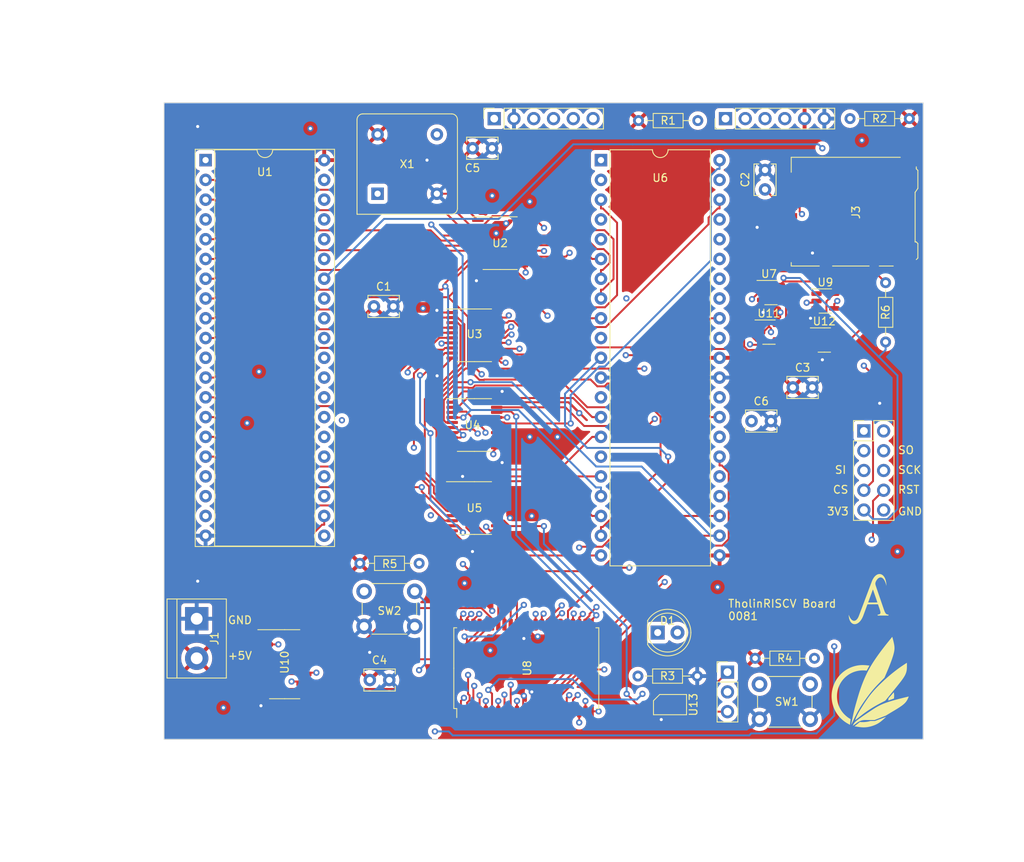
<source format=kicad_pcb>
(kicad_pcb (version 20240108) (generator "pcbnew") (generator_version "8.0")
  (layers (0 "F.Cu" signal) (1 "In1.Cu" signal) (2 "In2.Cu" signal) (31 "B.Cu" signal) (34 "B.Paste" user) (35 "F.Paste" user) (36 "B.SilkS" user "B.Silkscreen") (37 "F.SilkS" user "F.Silkscreen") (38 "B.Mask" user) (39 "F.Mask" user) (44 "Edge.Cuts" user))
  (net 0 "")
  (net 1 "+5V")
  (net 2 "GND")
  (net 3 "+3V3")
  (net 4 "Net-(D1-K)")
  (net 5 "PA5")
  (net 7 "RXD")
  (net 8 "TXD")
  (net 12 "Net-(J3-DAT3{slash}CD)")
  (net 13 "Net-(J3-CMD)")
  (net 14 "Net-(J3-CLK)")
  (net 15 "Net-(J3-DAT0)")
  (net 19 "PA1")
  (net 20 "PA2")
  (net 21 "PA3")
  (net 22 "AD0")
  (net 23 "AD1")
  (net 24 "AD2")
  (net 25 "AD3")
  (net 26 "AD4")
  (net 27 "AD5")
  (net 28 "AD6")
  (net 29 "AD7")
  (net 30 "AD8")
  (net 31 "AD9")
  (net 32 "AD10")
  (net 33 "AD11")
  (net 34 "AD12")
  (net 35 "AD13")
  (net 36 "AD14")
  (net 37 "AD15")
  (net 38 "LE_LO")
  (net 39 "LE_HI")
  (net 41 "~{OE}")
  (net 42 "~{WE_LO}")
  (net 43 "~{WE_HI}")
  (net 44 "SCLK")
  (net 45 "SDI")
  (net 46 "SDO")
  (net 47 "PA0")
  (net 48 "PA4")
  (net 50 "Net-(U1-XCLK)")
  (net 52 "A7")
  (net 53 "A6")
  (net 54 "A5")
  (net 55 "A4")
  (net 56 "A3")
  (net 57 "A2")
  (net 58 "A1")
  (net 59 "A0")
  (net 60 "A15")
  (net 61 "A14")
  (net 62 "A13")
  (net 63 "A12")
  (net 64 "A11")
  (net 65 "A10")
  (net 66 "A9")
  (net 67 "A8")
  (net 68 "A23")
  (net 69 "A22")
  (net 70 "A21")
  (net 71 "A20")
  (net 72 "A19")
  (net 73 "A18")
  (net 74 "A17")
  (net 75 "A16")
  (net 77 "A30")
  (net 78 "A29")
  (net 79 "A28")
  (net 80 "A27")
  (net 81 "A26")
  (net 82 "A25")
  (net 83 "A24")
  (net 85 "Net-(U8-~{WE})")
  (net 87 "Net-(U8-~{LB})")
  (net 88 "Net-(U8-~{UB})")
  (net 95 "Net-(J6-Pin_2)")
  (net 98 "~{RSTD}")
  (net 99 "Net-(J6-Pin_3)")
  (footprint "Capacitor_THT:C_Disc_D3.8mm_W2.6mm_P2.50mm" (layer "F.Cu") (at 213.126 99.568)
    (property "Reference" "C3")
    (property "Value" "100nF")
  )
  (footprint "Capacitor_THT:C_Disc_D3.8mm_W2.6mm_P2.50mm" (layer "F.Cu") (at 171.978 68.834)
    (property "Reference" "C5")
    (property "Value" "100nF")
  )
  (footprint "Package_DIP:DIP-42_W15.24mm" (layer "F.Cu") (at 188.468 70.358)
    (property "Reference" "U6")
    (property "Value" "~")
  )
  (footprint "Connector_PinHeader_2.54mm:PinHeader_2x05_P2.54mm_Vertical" (layer "F.Cu") (at 222.25 105.156)
    (property "Reference" "J5" (hide yes))
    (property "Value" "Conn_02x05_Counter_Clockwise" (hide yes))
  )
  (footprint "Package_SO:SO-14_3.9x8.65mm_P1.27mm" (layer "F.Cu") (at 147.828 135.128)
    (property "Reference" "U10")
    (property "Value" "74LS08")
  )
  (footprint "Resistor_THT:R_Axial_DIN0204_L3.6mm_D1.6mm_P7.62mm_Horizontal" (layer "F.Cu") (at 225.044 93.726 90)
    (property "Reference" "R6")
    (property "Value" "10K")
  )
  (footprint "Connector_Card:microSD_HC_Hirose_DM3AT-SF-PEJM5" (layer "F.Cu") (at 220.801 76.992 90)
    (property "Reference" "J3")
    (property "Value" "Micro_SD_Card")
  )
  (footprint "Package_SO:TSOP-II-44_10.16x18.41mm_P0.8mm" (layer "F.Cu") (at 178.874 135.6355 90)
    (property "Reference" "U8")
    (property "Value" "IS61C25616")
  )
  (footprint "Package_TO_SOT_SMD:SOT-23-5" (layer "F.Cu") (at 217.3025 88.458)
    (property "Reference" "U9")
    (property "Value" "SN74LV1T34DCK")
  )
  (footprint "Package_SO:TSSOP-20_4.4x6.5mm_P0.65mm" (layer "F.Cu") (at 172.212 104.394)
    (property "Reference" "U4")
    (property "Value" "74AHC573")
  )
  (footprint "TerminalBlock:TerminalBlock_bornier-2_P5.08mm" (layer "F.Cu") (at 136.525 129.286 -90)
    (property "Reference" "J1")
    (property "Value" "Screw_Terminal_01x02")
  )
  (footprint "own:icon" (layer "F.Cu") (at 223.012 137.414)
    (property "Reference" "G***" (hide yes))
    (property "Value" "LOGO" (hide yes))
  )
  (footprint "Package_TO_SOT_SMD:SOT-23-5" (layer "F.Cu") (at 210.058 92.456)
    (property "Reference" "U11")
    (property "Value" "SN74LV1T34DCK")
  )
  (footprint "TholinsStuff:SOIC-6" (layer "F.Cu") (at 197.34 140.32 -90)
    (property "Reference" "U13")
    (property "Value" "74AHC1G04")
  )
  (footprint "Resistor_THT:R_Axial_DIN0204_L3.6mm_D1.6mm_P7.62mm_Horizontal" (layer "F.Cu") (at 208.28 134.366)
    (property "Reference" "R4")
    (property "Value" "10K")
  )
  (footprint "Package_DIP:DIP-40_W15.24mm_Socket" (layer "F.Cu") (at 137.668 70.358)
    (property "Reference" "U1")
    (property "Value" "gfmpw1-multi")
  )
  (footprint "Connector_PinSocket_2.54mm:PinSocket_1x06_P2.54mm_Vertical" (layer "F.Cu") (at 174.752 65.024 90)
    (property "Reference" "J2" (hide yes))
    (property "Value" "Conn_01x06" (hide yes))
  )
  (footprint "Package_SO:TSSOP-20_4.4x6.5mm_P0.65mm" (layer "F.Cu") (at 175.514 81.026)
    (property "Reference" "U2")
    (property "Value" "74AHC573")
  )
  (footprint "Package_SO:TSSOP-20_4.4x6.5mm_P0.65mm" (layer "F.Cu") (at 172.212 92.866)
    (property "Reference" "U3")
    (property "Value" "74AHC573")
  )
  (footprint "Button_Switch_THT:SW_PUSH_6mm" (layer "F.Cu") (at 208.84 137.704)
    (property "Reference" "SW1")
    (property "Value" "SW_Push")
  )
  (footprint "Resistor_THT:R_Axial_DIN0204_L3.6mm_D1.6mm_P7.62mm_Horizontal" (layer "F.Cu") (at 228.092 65.024 180)
    (property "Reference" "R2")
    (property "Value" "10K")
  )
  (footprint "Package_TO_SOT_SMD:SOT-23-5" (layer "F.Cu") (at 217.17 93.472)
    (property "Reference" "U12")
    (property "Value" "SN74LV1T34DCK")
  )
  (footprint "Package_SO:TSSOP-20_4.4x6.5mm_P0.65mm" (layer "F.Cu") (at 172.212 115.062)
    (property "Reference" "U5")
    (property "Value" "74AHC573")
  )
  (footprint "Capacitor_THT:C_Disc_D3.8mm_W2.6mm_P2.50mm" (layer "F.Cu") (at 158.77 137.16)
    (property "Reference" "C4")
    (property "Value" "100nF")
  )
  (footprint "Button_Switch_THT:SW_PUSH_6mm" (layer "F.Cu") (at 158.04 125.766)
    (property "Reference" "SW2")
    (property "Value" "SW_Push")
  )
  (footprint "Connector_PinHeader_2.54mm:PinHeader_1x03_P2.54mm_Vertical" (layer "F.Cu") (at 204.724 136.144)
    (property "Reference" "J6" (hide yes))
    (property "Value" "Conn_01x03" (hide yes))
  )
  (footprint "Resistor_THT:R_Axial_DIN0204_L3.6mm_D1.6mm_P7.62mm_Horizontal" (layer "F.Cu") (at 157.49 122.166)
    (property "Reference" "R5")
    (property "Value" "10K")
  )
  (footprint "Oscillator:Oscillator_DIP-8" (layer "F.Cu") (at 159.766 74.676)
    (property "Reference" "X1")
    (property "Value" "CXO_DIP8")
  )
  (footprint "TholinsStuff:AvalonSemiLogo" (layer "F.Cu") (at 223.012 126.746)
    (property "Reference" "G***" (hide yes))
    (property "Value" "LOGO" (hide yes))
  )
  (footprint "Resistor_THT:R_Axial_DIN0204_L3.6mm_D1.6mm_P7.62mm_Horizontal" (layer "F.Cu") (at 193.218 136.652)
    (property "Reference" "R3")
    (property "Value" "1K")
  )
  (footprint "Package_TO_SOT_SMD:SOT-23-5" (layer "F.Cu") (at 210.312 87.376)
    (property "Reference" "U7")
    (property "Value" "SN74LV1T34DCK")
  )
  (footprint "LED_THT:LED_D5.0mm" (layer "F.Cu") (at 195.758 131.064)
    (property "Reference" "D1")
    (property "Value" "LED")
  )
  (footprint "Resistor_THT:R_Axial_DIN0204_L3.6mm_D1.6mm_P7.62mm_Horizontal" (layer "F.Cu") (at 193.294 65.278)
    (property "Reference" "R1")
    (property "Value" "10K")
  )
  (footprint "Capacitor_THT:C_Disc_D3.8mm_W2.6mm_P2.50mm" (layer "F.Cu") (at 159.298 89.154)
    (property "Reference" "C1")
    (property "Value" "100nF")
  )
  (footprint "Capacitor_THT:C_Disc_D3.8mm_W2.6mm_P2.50mm" (layer "F.Cu") (at 209.55 74.128 90)
    (property "Reference" "C2")
    (property "Value" "100nF")
  )
  (footprint "Connector_PinHeader_2.54mm:PinHeader_1x06_P2.54mm_Vertical" (layer "F.Cu") (at 204.47 65.024 90)
    (property "Reference" "J4" (hide yes))
    (property "Value" "Conn_01x06" (hide yes))
  )
  (footprint "Capacitor_THT:C_Disc_D3.8mm_W2.6mm_P2.50mm" (layer "F.Cu") (at 207.812 103.886)
    (property "Reference" "C6")
    (property "Value" "22pF")
  )
  (gr_rect (start 132.334 62.992) (end 229.87 144.78) (stroke (width 0.1)) (fill none) (layer "Edge.Cuts"))
  (gr_text "+5V" (at 140.462 134.62 0) (layer "F.SilkS") (effects (font (size 1 1)) (justify left bottom)))
  (gr_text "SI" (at 218.44 110.744 0) (layer "F.SilkS") (effects (font (size 1 1)) (justify left bottom)))
  (gr_text "CS" (at 218.186 113.284 0) (layer "F.SilkS") (effects (font (size 1 1)) (justify left bottom)))
  (gr_text "TholinRISCV Board\n0081" (at 204.724 129.54 0) (layer "F.SilkS") (effects (font (size 1 1)) (justify left bottom)))
  (gr_text "GND" (at 140.462 130.048 0) (layer "F.SilkS") (effects (font (size 1 1)) (justify left bottom)))
  (gr_text "RST" (at 226.568 113.284 0) (layer "F.SilkS") (effects (font (size 1 1)) (justify left bottom)))
  (gr_text "GND" (at 226.568 116.078 0) (layer "F.SilkS") (effects (font (size 1 1)) (justify left bottom)))
  (gr_text "SO" (at 226.568 108.204 0) (layer "F.SilkS") (effects (font (size 1 1)) (justify left bottom)))
  (gr_text "3V3" (at 217.424 116.078 0) (layer "F.SilkS") (effects (font (size 1 1)) (justify left bottom)))
  (gr_text "SCK" (at 226.568 110.744 0) (layer "F.SilkS") (effects (font (size 1 1)) (justify left bottom)))
  (segment (start 184.282306 101.469) (end 185.678653 102.865347) (width 0.25) (layer "F.Cu") (net 1))
  (segment (start 175.0745 112.137) (end 175.811999 112.137) (width 0.25) (layer "F.Cu") (net 1))
  (segment (start 176.784 113.109001) (end 176.784 116.332) (width 0.25) (layer "F.Cu") (net 1))
  (segment (start 178.474 139.28) (end 178.562 139.192) (width 0.25) (layer "F.Cu") (net 1))
  (segment (start 180.035501 131.572) (end 180.34 131.572) (width 0.25) (layer "F.Cu") (net 1))
  (segment (start 176.661 78.101) (end 176.276 78.486) (width 0.25) (layer "F.Cu") (net 1))
  (segment (start 175.0745 101.469) (end 184.282306 101.469) (width 0.25) (layer "F.Cu") (net 1))
  (segment (start 175.811999 112.137) (end 176.784 113.109001) (width 0.25) (layer "F.Cu") (net 1))
  (segment (start 211.1955 90.2431) (end 211.5226 89.916) (width 0.25) (layer "F.Cu") (net 1))
  (segment (start 179.274 130.048) (end 179.274 130.810499) (width 0.25) (layer "F.Cu") (net 1))
  (segment (start 178.474 141.223) (end 178.474 139.28) (width 0.25) (layer "F.Cu") (net 1))
  (segment (start 179.274 130.810499) (end 180.035501 131.572) (width 0.25) (layer "F.Cu") (net 1))
  (segment (start 211.1955 91.506) (end 211.1955 90.2431) (width 0.25) (layer "F.Cu") (net 1))
  (segment (start 178.3765 78.101) (end 176.661 78.101) (width 0.25) (layer "F.Cu") (net 1))
  (via (at 174.498 74.93) (size 0.8) (drill 0.4) (layers "F.Cu" "B.Cu") (net 1))
  (via (at 179.324 75.692) (size 0.8) (drill 0.4) (layers "F.Cu" "B.Cu") (net 1))
  (via (at 211.5226 89.916) (size 0.8) (drill 0.4) (layers "F.Cu" "B.Cu") (net 1))
  (via (at 226.568 120.65) (size 0.8) (drill 0.4) (layers "F.Cu" "B.Cu") (net 1))
  (via (at 174.498 128.27) (size 0.8) (drill 0.4) (layers "F.Cu" "B.Cu") (net 1))
  (via (at 175.006 79.756) (size 0.8) (drill 0.4) (layers "F.Cu" "B.Cu") (net 1))
  (via (at 143.002 104.14) (size 0.8) (drill 0.4) (layers "F.Cu" "B.Cu") (net 1))
  (via (at 139.954 140.716) (size 0.8) (drill 0.4) (layers "F.Cu" "B.Cu") (net 1))
  (via (at 182.88 105.918) (size 0.8) (drill 0.4) (layers "F.Cu" "B.Cu") (net 1))
  (via (at 185.678653 102.865347) (size 0.8) (drill 0.4) (layers "F.Cu" "B.Cu") (net 1))
  (via (at 176.276 78.486) (size 0.8) (drill 0.4) (layers "F.Cu" "B.Cu") (net 1))
  (via (at 203.454 125.222) (size 0.8) (drill 0.4) (layers "F.Cu" "B.Cu") (net 1))
  (via (at 170.942 124.714) (size 0.8) (drill 0.4) (layers "F.Cu" "B.Cu") (net 1))
  (via (at 165.608 89.408) (size 0.8) (drill 0.4) (layers "F.Cu" "B.Cu") (net 1))
  (via (at 179.578 116.078) (size 0.8) (drill 0.4) (layers "F.Cu" "B.Cu") (net 1))
  (via (at 151.13 66.294) (size 0.8) (drill 0.4) (layers "F.Cu" "B.Cu") (net 1))
  (via (at 221.996 67.818) (size 0.8) (drill 0.4) (layers "F.Cu" "B.Cu") (net 1))
  (via (at 174.244 133.35) (size 0.8) (drill 0.4) (layers "F.Cu" "B.Cu") (net 1))
  (via (at 144.526 97.536) (size 0.8) (drill 0.4) (layers "F.Cu" "B.Cu") (net 1))
  (via (at 178.562 139.192) (size 0.8) (drill 0.4) (layers "F.Cu" "B.Cu") (net 1))
  (via (at 180.34 131.572) (size 0.8) (drill 0.4) (layers "F.Cu" "B.Cu") (net 1))
  (via (at 176.784 116.332) (size 0.8) (drill 0.4) (layers "F.Cu" "B.Cu") (net 1))
  (via (at 179.324 105.918) (size 0.8) (drill 0.4) (layers "F.Cu" "B.Cu") (net 1))
  (segment (start 172.6515 85.6665) (end 172.466 85.852) (width 0.25) (layer "F.Cu") (net 2))
  (segment (start 145.353 138.938) (end 145.353 139.889) (width 0.25) (layer "F.Cu") (net 2))
  (segment (start 213.076 82.867) (end 215.075 82.867) (width 0.25) (layer "F.Cu") (net 2))
  (segment (start 215.075 82.867) (end 215.646 82.296) (width 0.25) (layer "F.Cu") (net 2))
  (segment (start 169.2265 74.676) (end 167.386 74.676) (width 0.25) (layer "F.Cu") (net 2))
  (segment (start 169.3495 89.941) (end 167.665 89.941) (width 0.25) (layer "F.Cu") (net 2))
  (segment (start 216.0325 94.422) (end 216.0325 95.1285) (width 0.25) (layer "F.Cu") (net 2))
  (segment (start 196.215 140.97) (end 196.215 142.24) (width 0.25) (layer "F.Cu") (net 2))
  (segment (start 158.496 133.858) (end 158.75 133.604) (width 0.25) (layer "F.Cu") (net 2))
  (segment (start 209.1745 89.7945) (end 209.296 89.916) (width 0.25) (layer "F.Cu") (net 2))
  (segment (start 207.772 89.7285) (end 209.1745 88.326) (width 0.25) (layer "F.Cu") (net 2))
  (segment (start 171.6871 109.6566) (end 175.3314 109.6566) (width 0.25) (layer "F.Cu") (net 2))
  (segment (start 215.646 81.437) (end 215.646 82.296) (width 0.25) (layer "F.Cu") (net 2))
  (segment (start 208.9205 93.406) (end 208.258001 93.406) (width 0.25) (layer "F.Cu") (net 2))
  (segment (start 170.7425 100.076) (end 175.768 100.076) (width 0.25) (layer "F.Cu") (net 2))
  (segment (start 179.274 141.223) (end 179.274 140.460501) (width 0.25) (layer "F.Cu") (net 2))
  (segment (start 207.772 92.919999) (end 207.772 89.7285) (width 0.25) (layer "F.Cu") (net 2))
  (segment (start 178.474 131.738) (end 178.562 131.826) (width 0.25) (layer "F.Cu") (net 2))
  (segment (start 145.353 139.889) (end 144.78 140.462) (width 0.25) (layer "F.Cu") (net 2))
  (segment (start 169.3495 117.987) (end 171.958 120.5955) (width 0.25) (layer "F.Cu") (net 2))
  (segment (start 216.165 89.905) (end 215.392 90.678) (width 0.25) (layer "F.Cu") (net 2))
  (segment (start 169.549 112.137) (end 170.688 110.998) (width 0.25) (layer "F.Cu") (net 2))
  (segment (start 169.3495 101.469) (end 170.7425 100.076) (width 0.25) (layer "F.Cu") (net 2))
  (segment (start 213.076 79.717) (end 213.926 79.717) (width 0.25) (layer "F.Cu") (net 2))
  (segment (start 216.165 89.408) (end 216.165 89.905) (width 0.25) (layer "F.Cu") (net 2))
  (segment (start 169.3495 112.137) (end 169.549 112.137) (width 0.25) (layer "F.Cu") (net 2))
  (segment (start 179.578 140.156501) (end 179.578 138.684) (width 0.25) (layer "F.Cu") (net 2))
  (segment (start 150.303 133.858) (end 158.496 133.858) (width 0.25) (layer "F.Cu") (net 2))
  (segment (start 178.474 130.048) (end 178.474 131.738) (width 0.25) (layer "F.Cu") (net 2))
  (segment (start 150.303 132.588) (end 155.718 132.588) (width 0.25) (layer "F.Cu") (net 2))
  (segment (start 216.0325 95.1285) (end 216.916 96.012) (width 0.25) (layer "F.Cu") (net 2))
  (segment (start 155.718 132.588) (end 158.04 130.266) (width 0.25) (layer "F.Cu") (net 2))
  (segment (start 172.6515 83.951) (end 172.6515 85.6665) (width 0.25) (layer "F.Cu") (net 2))
  (segment (start 169.3495 95.791) (end 167.412353 97.728147) (width 0.25) (layer "F.Cu") (net 2))
  (segment (start 169.3495 107.319) (end 171.6871 109.6566) (width 0.25) (layer "F.Cu") (net 2))
  (segment (start 167.665 89.941) (end 167.386 89.662) (width 0.25) (layer "F.Cu") (net 2))
  (segment (start 171.958 120.5955) (end 171.958 120.65) (width 0.25) (layer "F.Cu") (net 2))
  (segment (start 209.1745 88.326) (end 209.1745 89.7945) (width 0.25) (layer "F.Cu") (net 2))
  (segment (start 208.258001 93.406) (end 207.772 92.919999) (width 0.25) (layer "F.Cu") (net 2))
  (segment (start 213.926 79.717) (end 215.646 81.437) (width 0.25) (layer "F.Cu") (net 2))
  (segment (start 172.6515 78.101) (end 169.2265 74.676) (width 0.25) (layer "F.Cu") (net 2))
  (segment (start 175.3314 109.6566) (end 175.768 109.22) (width 0.25) (layer "F.Cu") (net 2))
  (segment (start 167.412353 97.728147) (end 167.412353 98.070353) (width 0.25) (layer "F.Cu") (net 2))
  (segment (start 179.274 140.460501) (end 179.578 140.156501) (width 0.25) (layer "F.Cu") (net 2))
  (via (at 216.916 96.012) (size 0.8) (drill 0.4) (layers "F.Cu" "B.Cu") (net 2))
  (via (at 136.652 66.04) (size 0.8) (drill 0.4) (layers "F.Cu" "B.Cu") (net 2))
  (via (at 158.75 133.604) (size 0.8) (drill 0.4) (layers "F.Cu" "B.Cu") (net 2))
  (via (at 179.578 138.684) (size 0.8) (drill 0.4) (layers "F.Cu" "B.Cu") (net 2))
  (via (at 215.646 82.296) (size 0.8) (drill 0.4) (layers "F.Cu" "B.Cu") (net 2))
  (via (at 167.412353 98.070353) (size 0.8) (drill 0.4) (layers "F.Cu" "B.Cu") (net 2))
  (via (at 170.688 110.998) (size 0.8) (drill 0.4) (layers "F.Cu" "B.Cu") (net 2))
  (via (at 175.768 109.22) (size 0.8) (drill 0.4) (layers "F.Cu" "B.Cu") (net 2))
  (via (at 166.116 70.358) (size 0.8) (drill 0.4) (layers "F.Cu" "B.Cu") (net 2))
  (via (at 208.534 78.994) (size 0.8) (drill 0.4) (layers "F.Cu" "B.Cu") (net 2))
  (via (at 136.652 124.46) (size 0.8) (drill 0.4) (layers "F.Cu" "B.Cu") (net 2))
  (via (at 209.296 89.916) (size 0.8) (drill 0.4) (layers "F.Cu" "B.Cu") (net 2))
  (via (at 224.282 101.6) (size 0.8) (drill 0.4) (layers "F.Cu" "B.Cu") (net 2))
  (via (at 167.386 89.662) (size 0.8) (drill 0.4) (layers "F.Cu" "B.Cu") (net 2))
  (via (at 215.392 90.678) (size 0.8) (drill 0.4) (layers "F.Cu" "B.Cu") (net 2))
  (via (at 172.466 85.852) (size 0.8) (drill 0.4) (layers "F.Cu" "B.Cu") (net 2))
  (via (at 175.768 100.076) (size 0.8) (drill 0.4) (layers "F.Cu" "B.Cu") (net 2))
  (via (at 171.958 120.65) (size 0.8) (drill 0.4) (layers "F.Cu" "B.Cu") (net 2))
  (via (at 196.215 142.24) (size 0.8) (drill 0.4) (layers "F.Cu" "B.Cu") (net 2))
  (via (at 144.78 140.462) (size 0.8) (drill 0.4) (layers "F.Cu" "B.Cu") (net 2))
  (via (at 178.562 131.826) (size 0.8) (drill 0.4) (layers "F.Cu" "B.Cu") (net 2))
  (segment (start 209.55 74.128) (end 212.1491 76.7271) (width 0.25) (layer "F.Cu") (net 3))
  (segment (start 213.076 77.517) (end 212.1491 77.517) (width 0.25) (layer "F.Cu") (net 3))
  (segment (start 216.8785 85.9465) (end 218.44 87.508) (width 0.25) (layer "F.Cu") (net 3))
  (segment (start 217.4377 88.5103) (end 217.4377 91.6522) (width 0.25) (layer "F.Cu") (net 3))
  (segment (start 212.1491 76.7271) (end 212.1491 77.517) (width 0.25) (layer "F.Cu") (net 3))
  (segment (start 211.929 85.9465) (end 216.8785 85.9465) (width 0.25) (layer "F.Cu") (net 3))
  (segment (start 211.929 85.9465) (end 211.4495 86.426) (width 0.25) (layer "F.Cu") (net 3))
  (segment (start 211.929 85.4981) (end 211.929 85.9465) (width 0.25) (layer "F.Cu") (net 3))
  (segment (start 218.44 87.508) (end 217.4377 88.5103) (width 0.25) (layer "F.Cu") (net 3))
  (segment (start 217.4377 91.6522) (end 218.3075 92.522) (width 0.25) (layer "F.Cu") (net 3))
  (via (at 211.929 85.4981) (size 0.8) (drill 0.4) (layers "F.Cu" "B.Cu") (net 3))
  (segment (start 214.0221 85.4981) (end 211.929 85.4981) (width 0.25) (layer "B.Cu") (net 3))
  (segment (start 225.044 94.742) (end 224.155 95.631) (width 0.25) (layer "B.Cu") (net 3))
  (segment (start 224.155 95.631) (end 214.0221 85.4981) (width 0.25) (layer "B.Cu") (net 3))
  (segment (start 226.568 115.199701) (end 226.568 98.044) (width 0.25) (layer "B.Cu") (net 3))
  (segment (start 223.425 116.491) (end 225.276701 116.491) (width 0.25) (layer "B.Cu") (net 3))
  (segment (start 226.568 98.044) (end 224.155 95.631) (width 0.25) (layer "B.Cu") (net 3))
  (segment (start 222.25 115.316) (end 223.425 116.491) (width 0.25) (layer "B.Cu") (net 3))
  (segment (start 225.044 93.726) (end 225.044 94.742) (width 0.25) (layer "B.Cu") (net 3))
  (segment (start 225.276701 116.491) (end 226.568 115.199701) (width 0.25) (layer "B.Cu") (net 3))
  (via (at 166.6134 115.9875) (size 0.8) (drill 0.4) (layers "F.Cu" "B.Cu") (net 5))
  (segment (start 217.4251 73.3433) (end 215.4514 75.317) (width 0.25) (layer "F.Cu") (net 12))
  (segment (start 229.4529 84.4524) (end 229.4529 82.9641) (width 0.25) (layer "F.Cu") (net 12))
  (segment (start 218.3075 94.422) (end 219.4833 94.422) (width 0.25) (layer "F.Cu") (net 12))
  (segment (start 215.4514 75.317) (end 213.076 75.317) (width 0.25) (layer "F.Cu") (net 12))
  (segment (start 229.4529 82.9641) (end 219.8321 73.3433) (width 0.25) (layer "F.Cu") (net 12))
  (segment (start 219.4833 94.422) (end 229.4529 84.4524) (width 0.25) (layer "F.Cu") (net 12))
  (segment (start 219.8321 73.3433) (end 217.4251 73.3433) (width 0.25) (layer "F.Cu") (net 12))
  (segment (start 214.0029 76.417) (end 214.0029 76.9969) (width 0.25) (layer "F.Cu") (net 13))
  (segment (start 214.0029 76.9969) (end 214.2959 77.2899) (width 0.25) (layer "F.Cu") (net 13))
  (segment (start 218.8341 88.458) (end 218.44 88.8521) (width 0.25) (layer "F.Cu") (net 13))
  (segment (start 218.44 88.8521) (end 218.44 89.408) (width 0.25) (layer "F.Cu") (net 13))
  (segment (start 213.076 76.417) (end 214.0029 76.417) (width 0.25) (layer "F.Cu") (net 13))
  (via (at 214.2959 77.2899) (size 0.8) (drill 0.4) (layers "F.Cu" "B.Cu") (net 13))
  (via (at 218.8341 88.458) (size 0.8) (drill 0.4) (layers "F.Cu" "B.Cu") (net 13))
  (segment (start 212.1491 80.178) (end 212.149 80.178) (width 0.25) (layer "F.Cu") (net 14))
  (segment (start 212.2476 89.1241) (end 211.4495 88.326) (width 0.25) (layer "F.Cu") (net 14))
  (segment (start 213.076 78.617) (end 212.1491 78.617) (width 0.25) (layer "F.Cu") (net 14))
  (segment (start 211.2326 94.7477) (end 212.2476 93.7327) (width 0.25) (layer "F.Cu") (net 14))
  (segment (start 212.149 80.178) (end 206.8654 85.4616) (width 0.25) (layer "F.Cu") (net 14))
  (segment (start 212.1491 78.617) (end 212.1491 80.178) (width 0.25) (layer "F.Cu") (net 14))
  (segment (start 207.3176 94.7477) (end 211.2326 94.7477) (width 0.25) (layer "F.Cu") (net 14))
  (segment (start 206.8654 85.4616) (end 206.8654 94.2955) (width 0.25) (layer "F.Cu") (net 14))
  (segment (start 206.8654 94.2955) (end 207.3176 94.7477) (width 0.25) (layer "F.Cu") (net 14))
  (segment (start 212.2476 93.7327) (end 212.2476 89.1241) (width 0.25) (layer "F.Cu") (net 14))
  (segment (start 210.058 89.101) (end 210.207 88.952) (width 0.25) (layer "F.Cu") (net 15))
  (segment (start 210.207 82.7591) (end 212.1491 80.817) (width 0.25) (layer "F.Cu") (net 15))
  (segment (start 210.207 88.952) (end 210.207 83.82) (width 0.25) (layer "F.Cu") (net 15))
  (segment (start 210.207 83.82) (end 210.207 82.7591) (width 0.25) (layer "F.Cu") (net 15))
  (segment (start 213.076 80.817) (end 212.1491 80.817) (width 0.25) (layer "F.Cu") (net 15))
  (segment (start 223.58 84.642) (end 211.029 84.642) (width 0.25) (layer "F.Cu") (net 15))
  (segment (start 225.044 86.106) (end 223.58 84.642) (width 0.25) (layer "F.Cu") (net 15))
  (segment (start 209.3272 92.456) (end 210.058 91.7252) (width 0.25) (layer "F.Cu") (net 15))
  (segment (start 208.9205 92.456) (end 209.3272 92.456) (width 0.25) (layer "F.Cu") (net 15))
  (segment (start 211.029 84.642) (end 210.207 83.82) (width 0.25) (layer "F.Cu") (net 15))
  (segment (start 210.312 91.9792) (end 210.058 91.7252) (width 0.25) (layer "F.Cu") (net 15))
  (segment (start 210.312 92.456) (end 210.312 91.9792) (width 0.25) (layer "F.Cu") (net 15))
  (segment (start 210.058 91.7252) (end 210.058 89.101) (width 0.25) (layer "F.Cu") (net 15))
  (via (at 210.312 92.456) (size 0.8) (drill 0.4) (layers "F.Cu" "B.Cu") (net 15))
  (segment (start 172.6515 78.751) (end 173.3433 78.751) (width 0.25) (layer "F.Cu") (net 22))
  (segment (start 175.274 141.223) (end 175.274 139.8533) (width 0.25) (layer "F.Cu") (net 22))
  (segment (start 174.5391 77.5552) (end 179.6409 77.5552) (width 0.25) (layer "F.Cu") (net 22))
  (segment (start 140.0649 74.168) (end 138.7949 72.898) (width 0.25) (layer "F.Cu") (net 22))
  (segment (start 172.6515 78.751) (end 171.6534 78.751) (width 0.25) (layer "F.Cu") (net 22))
  (segment (start 184.8908 100.9277) (end 171.2747 100.9277) (width 0.25) (layer "F.Cu") (net 22))
  (segment (start 179.6409 77.5552) (end 181.1504 79.0647) (width 0.25) (layer "F.Cu") (net 22))
  (segment (start 171.6534 78.751) (end 169.2381 76.3357) (width 0.25) (layer "F.Cu") (net 22))
  (segment (start 137.668 72.898) (end 138.7949 72.898) (width 0.25) (layer "F.Cu") (net 22))
  (segment (start 171.2747 100.9277) (end 170.0834 102.119) (width 0.25) (layer "F.Cu") (net 22))
  (segment (start 170.0834 102.119) (end 169.3495 102.119) (width 0.25) (layer "F.Cu") (net 22))
  (segment (start 169.2381 76.3357) (end 157.6392 76.3357) (width 0.25) (layer "F.Cu") (net 22))
  (segment (start 157.6392 76.3357) (end 155.4715 74.168) (width 0.25) (layer "F.Cu") (net 22))
  (segment (start 155.4715 74.168) (end 140.0649 74.168) (width 0.25) (layer "F.Cu") (net 22))
  (segment (start 188.468 103.378) (end 187.3411 103.378) (width 0.25) (layer "F.Cu") (net 22))
  (segment (start 173.3433 78.751) (end 174.5391 77.5552) (width 0.25) (layer "F.Cu") (net 22))
  (segment (start 187.3411 103.378) (end 184.8908 100.9277) (width 0.25) (layer "F.Cu") (net 22))
  (via (at 181.1504 79.0647) (size 0.8) (drill 0.4) (layers "F.Cu" "B.Cu") (net 22))
  (via (at 175.274 139.8533) (size 0.8) (drill 0.4) (layers "F.Cu" "B.Cu") (net 22))
  (segment (start 172.6515 79.401) (end 170.7986 79.401) (width 0.25) (layer "F.Cu") (net 23))
  (segment (start 170.7986 79.401) (end 168.1852 76.7876) (width 0.25) (layer "F.Cu") (net 23))
  (segment (start 140.1445 76.7876) (end 138.7949 75.438) (width 0.25) (layer "F.Cu") (net 23))
  (segment (start 176.074 141.223) (end 176.074 139.0498) (width 0.25) (layer "F.Cu") (net 23))
  (segment (start 171.1676 102.6761) (end 173.6301 105.1386) (width 0.25) (layer "F.Cu") (net 23))
  (segment (start 176.074 139.0498) (end 176.0636 139.0394) (width 0.25) (layer "F.Cu") (net 23))
  (segment (start 169.3495 102.769) (end 169.4424 102.6761) (width 0.25) (layer "F.Cu") (net 23))
  (segment (start 137.668 75.438) (end 138.7949 75.438) (width 0.25) (layer "F.Cu") (net 23))
  (segment (start 173.6301 105.1386) (end 173.6301 105.3768) (width 0.25) (layer "F.Cu") (net 23))
  (segment (start 169.4424 102.6761) (end 171.1676 102.6761) (width 0.25) (layer "F.Cu") (net 23))
  (segment (start 168.1852 76.7876) (end 140.1445 76.7876) (width 0.25) (layer "F.Cu") (net 23))
  (via (at 173.6301 105.3768) (size 0.8) (drill 0.4) (layers "F.Cu" "B.Cu") (net 23))
  (via (at 176.0636 139.0394) (size 0.8) (drill 0.4) (layers "F.Cu" "B.Cu") (net 23))
  (segment (start 170.7891 103.433) (end 169.3635 103.433) (width 0.25) (layer "F.Cu") (net 24))
  (segment (start 166.6665 78.6352) (end 168.0823 80.051) (width 0.25) (layer "F.Cu") (net 24))
  (segment (start 176.874 137.7687) (end 176.874 141.223) (width 0.25) (layer "F.Cu") (net 24))
  (segment (start 168.0823 80.051) (end 172.6515 80.051) (width 0.25) (layer "F.Cu") (net 24))
  (segment (start 169.3635 103.433) (end 169.3495 103.419) (width 0.25) (layer "F.Cu") (net 24))
  (via (at 166.6665 78.6352) (size 0.8) (drill 0.4) (layers "F.Cu" "B.Cu") (net 24))
  (via (at 170.7891 103.433) (size 0.8) (drill 0.4) (layers "F.Cu" "B.Cu") (net 24))
  (via (at 176.874 137.7687) (size 0.8) (drill 0.4) (layers "F.Cu" "B.Cu") (net 24))
  (segment (start 187.8215 112.4111) (end 177.8765 102.4661) (width 0.25) (layer "B.Cu") (net 24))
  (segment (start 177.8765 102.4661) (end 171.756 102.4661) (width 0.25) (layer "B.Cu") (net 24))
  (segment (start 171.756 102.4661) (end 170.695 101.4051) (width 0.25) (layer "B.Cu") (net 24))
  (segment (start 188.468 112.4111) (end 187.8215 112.4111) (width 0.25) (layer "B.Cu") (net 24))
  (segment (start 170.695 101.4051) (end 170.695 82.6637) (width 0.25) (layer "B.Cu") (net 24))
  (segment (start 188.468 113.538) (end 188.468 112.4111) (width 0.25) (layer "B.Cu") (net 24))
  (segment (start 171.756 102.4661) (end 170.7891 103.433) (width 0.25) (layer "B.Cu") (net 24))
  (segment (start 170.695 82.6637) (end 166.6665 78.6352) (width 0.25) (layer "B.Cu") (net 24))
  (segment (start 183.913496 99.314) (end 172.306205 99.314) (width 0.25) (layer "F.Cu") (net 25))
  (segment (start 168.274 101.2027) (end 168.274 103.7782) (width 0.25) (layer "F.Cu") (net 25))
  (segment (start 188.468 118.618) (end 188.468 117.4911) (width 0.25) (layer "F.Cu") (net 25))
  (segment (start 186.707496 102.108) (end 183.913496 99.314) (width 0.25) (layer "F.Cu") (net 25))
  (segment (start 168.5648 104.069) (end 169.3495 104.069) (width 0.25) (layer "F.Cu") (net 25))
  (segment (start 172.306205 99.314) (end 172.004505 99.6157) (width 0.25) (layer "F.Cu") (net 25))
  (segment (start 188.7015 117.4911) (end 196.1255 110.0671) (width 0.25) (layer "F.Cu") (net 25))
  (segment (start 169.9087 99.568) (end 168.274 101.2027) (width 0.25) (layer "F.Cu") (net 25))
  (segment (start 194.9078 102.108) (end 186.707496 102.108) (width 0.25) (layer "F.Cu") (net 25))
  (segment (start 166.5781 79.3765) (end 167.9026 80.701) (width 0.25) (layer "F.Cu") (net 25))
  (segment (start 168.274 103.7782) (end 168.5648 104.069) (width 0.25) (layer "F.Cu") (net 25))
  (segment (start 196.1255 110.0671) (end 196.1255 103.3257) (width 0.25) (layer "F.Cu") (net 25))
  (segment (start 172.004505 99.6157) (end 171.403895 99.6157) (width 0.25) (layer "F.Cu") (net 25))
  (segment (start 167.9026 80.701) (end 172.6515 80.701) (width 0.25) (layer "F.Cu") (net 25))
  (segment (start 171.356195 99.568) (end 169.9087 99.568) (width 0.25) (layer "F.Cu") (net 25))
  (segment (start 138.7949 80.518) (end 139.9364 79.3765) (width 0.25) (layer "F.Cu") (net 25))
  (segment (start 171.403895 99.6157) (end 171.356195 99.568) (width 0.25) (layer "F.Cu") (net 25))
  (segment (start 177.674 139.849) (end 177.6772 139.8458) (width 0.25) (layer "F.Cu") (net 25))
  (segment (start 139.9364 79.3765) (end 166.5781 79.3765) (width 0.25) (layer "F.Cu") (net 25))
  (segment (start 196.1255 103.3257) (end 194.9078 102.108) (width 0.25) (layer "F.Cu") (net 25))
  (segment (start 137.668 80.518) (end 138.7949 80.518) (width 0.25) (layer "F.Cu") (net 25))
  (segment (start 188.468 117.4911) (end 188.7015 117.4911) (width 0.25) (layer "F.Cu") (net 25))
  (segment (start 177.674 141.223) (end 177.674 139.849) (width 0.25) (layer "F.Cu") (net 25))
  (via (at 177.6772 139.8458) (size 0.8) (drill 0.4) (layers "F.Cu" "B.Cu") (net 25))
  (segment (start 138.7949 83.058) (end 139.9218 81.9311) (width 0.25) (layer "F.Cu") (net 26))
  (segment (start 180.074 140.0364) (end 180.074 141.223) (width 0.25) (layer "F.Cu") (net 26))
  (segment (start 169.9469 98.8907) (end 171.7042 98.8907) (width 0.25) (layer "F.Cu") (net 26))
  (segment (start 162.5889 81.351) (end 172.6515 81.351) (width 0.25) (layer "F.Cu") (net 26))
  (segment (start 162.0088 81.9311) (end 162.5889 81.351) (width 0.25) (layer "F.Cu") (net 26))
  (segment (start 167.8221 101.0155) (end 169.9469 98.8907) (width 0.25) (layer "F.Cu") (net 26))
  (segment (start 202.5811 118.618) (end 201.4924 118.618) (width 0.25) (layer "F.Cu") (net 26))
  (segment (start 139.9218 81.9311) (end 162.0088 81.9311) (width 0.25) (layer "F.Cu") (net 26))
  (segment (start 203.708 118.618) (end 202.5811 118.618) (width 0.25) (layer "F.Cu") (net 26))
  (segment (start 137.668 83.058) (end 138.7949 83.058) (width 0.25) (layer "F.Cu") (net 26))
  (segment (start 167.8221 103.9681) (end 167.8221 101.0155) (width 0.25) (layer "F.Cu") (net 26))
  (segment (start 168.573 104.719) (end 167.8221 103.9681) (width 0.25) (layer "F.Cu") (net 26))
  (segment (start 201.4924 118.618) (end 180.074 140.0364) (width 0.25) (layer "F.Cu") (net 26))
  (segment (start 169.3495 104.719) (end 168.573 104.719) (width 0.25) (layer "F.Cu") (net 26))
  (via (at 171.7042 98.8907) (size 0.8) (drill 0.4) (layers "F.Cu" "B.Cu") (net 26))
  (segment (start 177.0225 98.8907) (end 171.7042 98.8907) (width 0.25) (layer "B.Cu") (net 26))
  (segment (start 202.5811 118.618) (end 193.6911 109.728) (width 0.25) (layer "B.Cu") (net 26))
  (segment (start 203.708 118.618) (end 202.5811 118.618) (width 0.25) (layer "B.Cu") (net 26))
  (segment (start 193.6911 109.728) (end 187.8598 109.728) (width 0.25) (layer "B.Cu") (net 26))
  (segment (start 187.8598 109.728) (end 177.0225 98.8907) (width 0.25) (layer "B.Cu") (net 26))
  (segment (start 139.9218 84.4711) (end 164.5734 84.4711) (width 0.25) (layer "F.Cu") (net 27))
  (segment (start 138.7949 85.598) (end 139.9218 84.4711) (width 0.25) (layer "F.Cu") (net 27))
  (segment (start 172.466 90.678) (end 172.466 97.1883) (width 0.25) (layer "F.Cu") (net 27))
  (segment (start 172.0905 104.9518) (end 172.6281 105.4894) (width 0.25) (layer "F.Cu") (net 27))
  (segment (start 173.3591 82.001) (end 173.7434 82.3853) (width 0.25) (layer "F.Cu") (net 27))
  (segment (start 180.874 140.231) (end 196.5392 124.5658) (width 0.25) (layer "F.Cu") (net 27))
  (segment (start 180.874 141.223) (end 180.874 140.231) (width 0.25) (layer "F.Cu") (net 27))
  (segment (start 169.3495 105.369) (end 170.0461 105.369) (width 0.25) (layer "F.Cu") (net 27))
  (segment (start 167.0435 82.001) (end 172.6515 82.001) (width 0.25) (layer "F.Cu") (net 27))
  (segment (start 164.5734 84.4711) (end 167.0435 82.001) (width 0.25) (layer "F.Cu") (net 27))
  (segment (start 172.6515 82.001) (end 173.3591 82.001) (width 0.25) (layer "F.Cu") (net 27))
  (segment (start 173.7434 89.4006) (end 172.466 90.678) (width 0.25) (layer "F.Cu") (net 27))
  (segment (start 196.5392 124.5658) (end 196.6549 124.5658) (width 0.25) (layer "F.Cu") (net 27))
  (segment (start 173.7434 82.3853) (end 173.7434 89.4006) (width 0.25) (layer "F.Cu") (net 27))
  (segment (start 170.0461 105.369) (end 170.4633 104.9518) (width 0.25) (layer "F.Cu") (net 27))
  (segment (start 137.668 85.598) (end 138.7949 85.598) (width 0.25) (layer "F.Cu") (net 27))
  (segment (start 172.466 97.1883) (end 173.1449 97.8672) (width 0.25) (layer "F.Cu") (net 27))
  (segment (start 170.4633 104.9518) (end 172.0905 104.9518) (width 0.25) (layer "F.Cu") (net 27))
  (via (at 172.6281 105.4894) (size 0.8) (drill 0.4) (layers "F.Cu" "B.Cu") (net 27))
  (via (at 196.6549 124.5658) (size 0.8) (drill 0.4) (layers "F.Cu" "B.Cu") (net 27))
  (via (at 173.1449 97.8672) (size 0.8) (drill 0.4) (layers "F.Cu" "B.Cu") (net 27))
  (segment (start 203.708 108.458) (end 203.708 109.5849) (width 0.25) (layer "F.Cu") (net 28))
  (segment (start 203.708 109.5849) (end 203.9897 109.5849) (width 0.25) (layer "F.Cu") (net 28))
  (segment (start 139.9218 87.0111) (end 138.7949 88.138) (width 0.25) (layer "F.Cu") (net 28))
  (segment (start 169.3495 106.019) (end 170.4328 106.019) (width 0.25) (layer "F.Cu") (net 28))
  (segment (start 204.8791 119.0571) (end 204.0482 119.888) (width 0.25) (layer "F.Cu") (net 28))
  (segment (start 187.9817 133.8035) (end 181.674 140.1112) (width 0.25) (layer "F.Cu") (net 28))
  (segment (start 203.9897 109.5849) (end 204.8791 110.4743) (width 0.25) (layer "F.Cu") (net 28))
  (segment (start 170.4328 106.019) (end 170.7724 105.6794) (width 0.25) (layer "F.Cu") (net 28))
  (segment (start 181.674 140.1112) (end 181.674 141.223) (width 0.25) (layer "F.Cu") (net 28))
  (segment (start 204.8791 110.4743) (end 204.8791 119.0571) (width 0.25) (layer "F.Cu") (net 28))
  (segment (start 168.4655 86.1413) (end 168.4655 86.5762) (width 0.25) (layer "F.Cu") (net 28))
  (segment (start 202.5826 119.888) (end 188.6671 133.8035) (width 0.25) (layer "F.Cu") (net 28))
  (segment (start 204.0482 119.888) (end 202.5826 119.888) (width 0.25) (layer "F.Cu") (net 28))
  (segment (start 137.668 88.138) (end 138.7949 88.138) (width 0.25) (layer "F.Cu") (net 28))
  (segment (start 172.6515 82.651) (end 171.9558 82.651) (width 0.25) (layer "F.Cu") (net 28))
  (segment (start 188.6671 133.8035) (end 187.9817 133.8035) (width 0.25) (layer "F.Cu") (net 28))
  (segment (start 171.9558 82.651) (end 168.4655 86.1413) (width 0.25) (layer "F.Cu") (net 28))
  (segment (start 168.4655 86.5762) (end 168.0306 87.0111) (width 0.25) (layer "F.Cu") (net 28))
  (segment (start 168.0306 87.0111) (end 139.9218 87.0111) (width 0.25) (layer "F.Cu") (net 28))
  (via (at 168.4655 86.5762) (size 0.8) (drill 0.4) (layers "F.Cu" "B.Cu") (net 28))
  (via (at 170.7724 105.6794) (size 0.8) (drill 0.4) (layers "F.Cu" "B.Cu") (net 28))
  (segment (start 168.8254 103.7324) (end 170.7724 105.6794) (width 0.25) (layer "B.Cu") (net 28))
  (segment (start 168.8254 86.9361) (end 168.8254 103.7324) (width 0.25) (layer "B.Cu") (net 28))
  (segment (start 168.4655 86.5762) (end 168.8254 86.9361) (width 0.25) (layer "B.Cu") (net 28))
  (segment (start 167.8745 104.7791) (end 167.3702 104.2748) (width 0.25) (layer "F.Cu") (net 29))
  (segment (start 188.002009 99.423) (end 188.933991 99.423) (width 0.25) (layer "F.Cu") (net 29))
  (segment (start 188.933991 99.423) (end 189.296991 99.06) (width 0.25) (layer "F.Cu") (net 29))
  (segment (start 187.131009 98.552) (end 188.002009 99.423) (width 0.25) (layer "F.Cu") (net 29))
  (segment (start 173.445205 98.5922) (end 173.485405 98.552) (width 0.25) (layer "F.Cu") (net 29))
  (segment (start 169.5523 85.7084) (end 171.9597 83.301) (width 0.25) (layer "F.Cu") (net 29))
  (segment (start 182.474 139.9857) (end 186.6578 135.8019) (width 0.25) (layer "F.Cu") (net 29))
  (segment (start 202.5811 103.378) (end 203.708 103.378) (width 0.25) (layer "F.Cu") (net 29))
  (segment (start 167.3702 104.2748) (end 167.3702 100.8283) (width 0.25) (layer "F.Cu") (net 29))
  (segment (start 167.3702 100.8283) (end 171.0692 97.1293) (width 0.25) (layer "F.Cu") (net 29))
  (segment (start 167.8745 105.9538) (end 167.8745 104.7791) (width 0.25) (layer "F.Cu") (net 29))
  (segment (start 139.9218 89.5511) (end 155.6219 89.5511) (width 0.25) (layer "F.Cu") (net 29))
  (segment (start 155.6219 89.5511) (end 157.1996 87.9734) (width 0.25) (layer "F.Cu") (net 29))
  (segment (start 138.7949 90.678) (end 139.9218 89.5511) (width 0.25) (layer "F.Cu") (net 29))
  (segment (start 198.2631 99.06) (end 202.5811 103.378) (width 0.25) (layer "F.Cu") (net 29))
  (segment (start 171.0692 97.1293) (end 171.3791 97.1293) (width 0.25) (layer "F.Cu") (net 29))
  (segment (start 186.6578 135.8019) (end 188.896 135.8019) (width 0.25) (layer "F.Cu") (net 29))
  (segment (start 168.8656 87.9734) (end 169.5523 87.2867) (width 0.25) (layer "F.Cu") (net 29))
  (segment (start 171.9597 83.301) (end 172.6515 83.301) (width 0.25) (layer "F.Cu") (net 29))
  (segment (start 168.5897 106.669) (end 167.8745 105.9538) (width 0.25) (layer "F.Cu") (net 29))
  (segment (start 169.5523 87.2867) (end 169.5523 85.7084) (width 0.25) (layer "F.Cu") (net 29))
  (segment (start 137.668 90.678) (end 138.7949 90.678) (width 0.25) (layer "F.Cu") (net 29))
  (segment (start 171.3791 97.1293) (end 172.842 98.5922) (width 0.25) (layer "F.Cu") (net 29))
  (segment (start 168.8656 87.9734) (end 171.3791 90.4869) (width 0.25) (layer "F.Cu") (net 29))
  (segment (start 182.474 141.223) (end 182.474 139.9857) (width 0.25) (layer "F.Cu") (net 29))
  (segment (start 173.485405 98.552) (end 187.131009 98.552) (width 0.25) (layer "F.Cu") (net 29))
  (segment (start 157.1996 87.9734) (end 168.8656 87.9734) (width 0.25) (layer "F.Cu") (net 29))
  (segment (start 171.3791 90.4869) (end 171.3791 97.1293) (width 0.25) (layer "F.Cu") (net 29))
  (segment (start 189.296991 99.06) (end 198.2631 99.06) (width 0.25) (layer "F.Cu") (net 29))
  (segment (start 172.842 98.5922) (end 173.445205 98.5922) (width 0.25) (layer "F.Cu") (net 29))
  (segment (start 169.3495 106.669) (end 168.5897 106.669) (width 0.25) (layer "F.Cu") (net 29))
  (via (at 188.896 135.8019) (size 0.8) (drill 0.4) (layers "F.Cu" "B.Cu") (net 29))
  (segment (start 182.474 129.4039) (end 183.298 128.5799) (width 0.25) (layer "F.Cu") (net 30))
  (segment (start 170.9122 91.4603) (end 170.9122 96.6471) (width 0.25) (layer "F.Cu") (net 30))
  (segment (start 183.298 128.5799) (end 183.4624 128.5799) (width 0.25) (layer "F.Cu") (net 30))
  (segment (start 170.7824 110.1066) (end 171.3206 110.1066) (width 0.25) (layer "F.Cu") (net 30))
  (segment (start 183.1525 110.1066) (end 170.7824 110.1066) (width 0.25) (layer "F.Cu") (net 30))
  (segment (start 170.423 112.787) (end 169.3495 112.787) (width 0.25) (layer "F.Cu") (net 30))
  (segment (start 171.3206 110.1066) (end 172.212 110.998) (width 0.25) (layer "F.Cu") (net 30))
  (segment (start 170.9122 96.6471) (end 166.9183 100.641) (width 0.25) (layer "F.Cu") (net 30))
  (segment (start 169.3495 90.591) (end 170.0429 90.591) (width 0.25) (layer "F.Cu") (net 30))
  (segment (start 170.0429 90.591) (end 170.9122 91.4603) (width 0.25) (layer "F.Cu") (net 30))
  (segment (start 166.9183 104.6013) (end 167.331 105.014) (width 0.25) (layer "F.Cu") (net 30))
  (segment (start 137.668 93.218) (end 138.7949 93.218) (width 0.25) (layer "F.Cu") (net 30))
  (segment (start 139.9218 92.0911) (end 162.9219 92.0911) (width 0.25) (layer "F.Cu") (net 30))
  (segment (start 188.468 105.918) (end 187.3411 105.918) (width 0.25) (layer "F.Cu") (net 30))
  (segment (start 162.9219 92.0911) (end 164.422 90.591) (width 0.25) (layer "F.Cu") (net 30))
  (segment (start 166.9183 100.641) (end 166.9183 104.6013) (width 0.25) (layer "F.Cu") (net 30))
  (segment (start 164.422 90.591) (end 169.3495 90.591) (width 0.25) (layer "F.Cu") (net 30))
  (segment (start 138.7949 93.218) (end 139.9218 92.0911) (width 0.25) (layer "F.Cu") (net 30))
  (segment (start 182.474 130.048) (end 182.474 129.4039) (width 0.25) (layer "F.Cu") (net 30))
  (segment (start 172.212 110.998) (end 170.423 112.787) (width 0.25) (layer "F.Cu") (net 30))
  (segment (start 167.331 105.014) (end 167.331 106.6552) (width 0.25) (layer "F.Cu") (net 30))
  (segment (start 167.331 106.6552) (end 170.7824 110.1066) (width 0.25) (layer "F.Cu") (net 30))
  (segment (start 187.3411 105.918) (end 183.1525 110.1066) (width 0.25) (layer "F.Cu") (net 30))
  (via (at 183.4624 128.5799) (size 0.8) (drill 0.4) (layers "F.Cu" "B.Cu") (net 30))
  (segment (start 181.674 129.332) (end 181.674 130.048) (width 0.25) (layer "F.Cu") (net 31))
  (segment (start 169.3495 91.241) (end 170.0413 91.241) (width 0.25) (layer "F.Cu") (net 31))
  (segment (start 173.312 110.998) (end 170.873 113.437) (width 0.25) (layer "F.Cu") (net 31))
  (segment (start 165.8363 110.4184) (end 167.9611 112.5432) (width 0.25) (layer "F.Cu") (net 31))
  (segment (start 167.9611 112.5432) (end 167.9611 112.7597) (width 0.25) (layer "F.Cu") (net 31))
  (segment (start 165.8363 101.0818) (end 165.8363 110.4184) (width 0.25) (layer "F.Cu") (net 31))
  (segment (start 188.468 110.998) (end 173.312 110.998) (width 0.25) (layer "F.Cu") (net 31))
  (segment (start 170.0413 91.241) (end 170.4143 91.614) (width 0.25) (layer "F.Cu") (net 31))
  (segment (start 170.4143 91.614) (end 170.4143 96.5038) (width 0.25) (layer "F.Cu") (net 31))
  (segment (start 170.4143 96.5038) (end 165.8363 101.0818) (width 0.25) (layer "F.Cu") (net 31))
  (segment (start 167.9611 112.7597) (end 168.6384 113.437) (width 0.25) (layer "F.Cu") (net 31))
  (segment (start 168.6384 113.437) (end 169.3495 113.437) (width 0.25) (layer "F.Cu") (net 31))
  (segment (start 170.873 113.437) (end 169.3495 113.437) (width 0.25) (layer "F.Cu") (net 31))
  (segment (start 183.4287 127.5773) (end 181.674 129.332) (width 0.25) (layer "F.Cu") (net 31))
  (via (at 183.4287 127.5773) (size 0.8) (drill 0.4) (layers "F.Cu" "B.Cu") (net 31))
  (segment (start 142.6049 94.488) (end 138.7949 98.298) (width 0.25) (layer "F.Cu") (net 32))
  (segment (start 188.468 116.078) (end 187.3411 116.078) (width 0.25) (layer "F.Cu") (net 32))
  (segment (start 187.3411 116.078) (end 182.8728 111.6097) (width 0.25) (layer "F.Cu") (net 32))
  (segment (start 171.243 114.087) (end 169.3495 114.087) (width 0.25) (layer "F.Cu") (net 32))
  (segment (start 173.7203 111.6097) (end 171.243 114.087) (width 0.25) (layer "F.Cu") (net 32))
  (segment (start 169.3495 91.891) (end 165.737 91.891) (width 0.25) (layer "F.Cu") (net 32))
  (segment (start 182.8728 111.6097) (end 173.7203 111.6097) (width 0.25) (layer "F.Cu") (net 32))
  (segment (start 180.874 128.8531) (end 181.0982 128.6289) (width 0.25) (layer "F.Cu") (net 32))
  (segment (start 137.668 98.298) (end 138.7949 98.298) (width 0.25) (layer "F.Cu") (net 32))
  (segment (start 163.14 94.488) (end 142.6049 94.488) (width 0.25) (layer "F.Cu") (net 32))
  (segment (start 165.737 91.891) (end 163.14 94.488) (width 0.25) (layer "F.Cu") (net 32))
  (segment (start 180.874 130.048) (end 180.874 128.8531) (width 0.25) (layer "F.Cu") (net 32))
  (via (at 181.0982 128.6289) (size 0.8) (drill 0.4) (layers "F.Cu" "B.Cu") (net 32))
  (segment (start 172.0792 116.7641) (end 170.0521 114.737) (width 0.25) (layer "F.Cu") (net 33))
  (segment (start 172.0792 116.853) (end 172.0792 116.7641) (width 0.25) (layer "F.Cu") (net 33))
  (segment (start 137.668 100.838) (end 138.7949 100.838) (width 0.25) (layer "F.Cu") (net 33))
  (segment (start 160.2826 101.9649) (end 160.2826 105.5542) (width 0.25) (layer "F.Cu") (net 33))
  (segment (start 168.6244 114.737) (end 169.3495 114.737) (width 0.25) (layer "F.Cu") (net 33))
  (segment (start 160.2826 99.8557) (end 160.2826 101.9649) (width 0.25) (layer "F.Cu") (net 33))
  (segment (start 166.9957 113.1083) (end 168.6244 114.737) (width 0.25) (layer "F.Cu") (net 33))
  (segment (start 169.3495 92.541) (end 167.5973 92.541) (width 0.25) (layer "F.Cu") (net 33))
  (segment (start 160.2826 105.5542) (end 166.9957 112.2673) (width 0.25) (layer "F.Cu") (net 33))
  (segment (start 167.5973 92.541) (end 160.2826 99.8557) (width 0.25) (layer "F.Cu") (net 33))
  (segment (start 176.3842 121.158) (end 172.0792 116.853) (width 0.25) (layer "F.Cu") (net 33))
  (segment (start 188.468 121.158) (end 176.3842 121.158) (width 0.25) (layer "F.Cu") (net 33))
  (segment (start 166.9957 112.2673) (end 166.9957 113.1083) (width 0.25) (layer "F.Cu") (net 33))
  (segment (start 160.2826 101.9649) (end 139.9218 101.9649) (width 0.25) (layer "F.Cu") (net 33))
  (segment (start 170.0521 114.737) (end 169.3495 114.737) (width 0.25) (layer "F.Cu") (net 33))
  (segment (start 180.074 128.6658) (end 180.074 130.048) (width 0.25) (layer "F.Cu") (net 33))
  (segment (start 139.9218 101.9649) (end 138.7949 100.838) (width 0.25) (layer "F.Cu") (net 33))
  (via (at 180.074 128.6658) (size 0.8) (drill 0.4) (layers "F.Cu" "B.Cu") (net 33))
  (segment (start 137.668 103.378) (end 138.7949 103.378) (width 0.25) (layer "F.Cu") (net 34))
  (segment (start 170.063 115.387) (end 171.6273 116.9513) (width 0.25) (layer "F.Cu") (net 34))
  (segment (start 171.6273 117.1282) (end 177.674 123.1749) (width 0.25) (layer "F.Cu") (net 34))
  (segment (start 203.708 116.078) (end 195.3301 116.078) (width 0.25) (layer "F.Cu") (net 34))
  (segment (start 166.3942 112.307) (end 166.3942 113.1874) (width 0.25) (layer "F.Cu") (net 34))
  (segment (start 169.3495 93.191) (end 167.6855 93.191) (width 0.25) (layer "F.Cu") (net 34))
  (segment (start 177.674 123.1749) (end 177.674 130.048) (width 0.25) (layer "F.Cu") (net 34))
  (segment (start 163.8152 109.728) (end 166.3942 112.307) (width 0.25) (layer "F.Cu") (net 34))
  (segment (start 168.5938 115.387) (end 169.3495 115.387) (width 0.25) (layer "F.Cu") (net 34))
  (segment (start 188.2332 123.1749) (end 177.674 123.1749) (width 0.25) (layer "F.Cu") (net 34))
  (segment (start 169.3495 115.387) (end 170.063 115.387) (width 0.25) (layer "F.Cu") (net 34))
  (segment (start 138.7949 103.378) (end 145.1449 109.728) (width 0.25) (layer "F.Cu") (net 34))
  (segment (start 171.6273 116.9513) (end 171.6273 117.1282) (width 0.25) (layer "F.Cu") (net 34))
  (segment (start 166.3942 113.1874) (end 168.5938 115.387) (width 0.25) (layer "F.Cu") (net 34))
  (segment (start 163.6345 97.242) (end 163.6345 97.6324) (width 0.25) (layer "F.Cu") (net 34))
  (segment (start 167.6855 93.191) (end 163.6345 97.242) (width 0.25) (layer "F.Cu") (net 34))
  (segment (start 145.1449 109.728) (end 163.8152 109.728) (width 0.25) (layer "F.Cu") (net 34))
  (segment (start 195.3301 116.078) (end 188.2332 123.1749) (width 0.25) (layer "F.Cu") (net 34))
  (via (at 163.6345 97.6324) (size 0.8) (drill 0.4) (layers "F.Cu" "B.Cu") (net 34))
  (segment (start 145.2573 112.3804) (end 165.4377 112.3804) (width 0.25) (layer "F.Cu") (net 35))
  (segment (start 171.1754 117.5797) (end 176.874 123.2783) (width 0.25) (layer "F.Cu") (net 35))
  (segment (start 171.1754 117.151) (end 171.1754 117.5797) (width 0.25) (layer "F.Cu") (net 35))
  (segment (start 167.9862 93.9182) (end 168.0634 93.841) (width 0.25) (layer "F.Cu") (net 35))
  (segment (start 168.0634 93.841) (end 169.3495 93.841) (width 0.25) (layer "F.Cu") (net 35))
  (segment (start 168.5387 116.037) (end 165.4377 112.936) (width 0.25) (layer "F.Cu") (net 35))
  (segment (start 137.668 105.918) (end 138.7949 105.918) (width 0.25) (layer "F.Cu") (net 35))
  (segment (start 165.4377 112.936) (end 165.4377 112.3804) (width 0.25) (layer "F.Cu") (net 35))
  (segment (start 170.0614 116.037) (end 171.1754 117.151) (width 0.25) (layer "F.Cu") (net 35))
  (segment (start 169.3495 116.037) (end 168.5387 116.037) (width 0.25) (layer "F.Cu") (net 35))
  (segment (start 138.7949 105.918) (end 145.2573 112.3804) (width 0.25) (layer "F.Cu") (net 35))
  (segment (start 176.874 123.2783) (end 176.874 130.048) (width 0.25) (layer "F.Cu") (net 35))
  (segment (start 169.3495 116.037) (end 170.0614 116.037) (width 0.25) (layer "F.Cu") (net 35))
  (via (at 165.4377 112.3804) (size 0.8) (drill 0.4) (layers "F.Cu" "B.Cu") (net 35))
  (via (at 167.9862 93.9182) (size 0.8) (drill 0.4) (layers "F.Cu" "B.Cu") (net 35))
  (segment (start 168.2505 116.5843) (end 166.3917 114.7255) (width 0.25) (layer "F.Cu") (net 36))
  (segment (start 168.2505 118.255) (end 168.2505 116.687) (width 0.25) (layer "F.Cu") (net 36))
  (segment (start 164.4346 97.75) (end 167.4622 94.7224) (width 0.25) (layer "F.Cu") (net 36))
  (segment (start 167.4622 94.7224) (end 168.21 94.7224) (width 0.25) (layer "F.Cu") (net 36))
  (segment (start 176.074 126.0785) (end 168.2505 118.255) (width 0.25) (layer "F.Cu") (net 36))
  (segment (start 169.3495 116.687) (end 168.2505 116.687) (width 0.25) (layer "F.Cu") (net 36))
  (segment (start 164.4346 107.3093) (end 164.4346 97.75) (width 0.25) (layer "F.Cu") (net 36))
  (segment (start 168.4414 94.491) (end 169.3495 94.491) (width 0.25) (layer "F.Cu") (net 36))
  (segment (start 168.2505 116.687) (end 168.2505 116.5843) (width 0.25) (layer "F.Cu") (net 36))
  (segment (start 166.3917 114.7255) (end 145.0624 114.7255) (width 0.25) (layer "F.Cu") (net 36))
  (segment (start 137.668 108.458) (end 138.7949 108.458) (width 0.25) (layer "F.Cu") (net 36))
  (segment (start 168.21 94.7224) (end 168.4414 94.491) (width 0.25) (layer "F.Cu") (net 36))
  (segment (start 176.074 130.048) (end 176.074 126.0785) (width 0.25) (layer "F.Cu") (net 36))
  (segment (start 145.0624 114.7255) (end 138.7949 108.458) (width 0.25) (layer "F.Cu") (net 36))
  (via (at 164.4346 107.3093) (size 0.8) (drill 0.4) (layers "F.Cu" "B.Cu") (net 36))
  (segment (start 170.7342 118.0047) (end 170.7342 118.2053) (width 0.25) (layer "F.Cu") (net 37))
  (segment (start 165.2237 98.0066) (end 165.5649 98.0066) (width 0.25) (layer "F.Cu") (net 37))
  (segment (start 170.7342 122.2596) (end 175.274 126.7994) (width 0.25) (layer "F.Cu") (net 37))
  (segment (start 175.274 126.7994) (end 175.274 130.048) (width 0.25) (layer "F.Cu") (net 37))
  (segment (start 169.3495 117.337) (end 170.0665 117.337) (width 0.25) (layer "F.Cu") (net 37))
  (segment (start 165.5649 98.0066) (end 168.4305 95.141) (width 0.25) (layer "F.Cu") (net 37))
  (segment (start 168.4305 95.141) (end 169.3495 95.141) (width 0.25) (layer "F.Cu") (net 37))
  (segment (start 170.0665 117.337) (end 170.7342 118.0047) (width 0.25) (layer "F.Cu") (net 37))
  (via (at 170.7342 118.2053) (size 0.8) (drill 0.4) (layers "F.Cu" "B.Cu") (net 37))
  (via (at 166.564 105.4518) (size 0.8) (drill 0.4) (layers "F.Cu" "B.Cu") (net 37))
  (via (at 165.2237 98.0066) (size 0.8) (drill 0.4) (layers "F.Cu" "B.Cu") (net 37))
  (via (at 170.7342 122.2596) (size 0.8) (drill 0.4) (layers "F.Cu" "B.Cu") (net 37))
  (segment (start 165.2237 104.1115) (end 165.2237 98.0066) (width 0.25) (layer "B.Cu") (net 37))
  (segment (start 166.564 114.0351) (end 166.564 105.4518) (width 0.25) (layer "B.Cu") (net 37))
  (segment (start 170.7342 118.2053) (end 166.564 114.0351) (width 0.25) (layer "B.Cu") (net 37))
  (segment (start 166.564 105.4518) (end 165.2237 104.1115) (width 0.25) (layer "B.Cu") (net 37))
  (segment (start 175.676 96.3925) (end 176.2074 96.3925) (width 0.25) (layer "F.Cu") (net 38))
  (segment (start 178.7927 84.3672) (end 178.7927 84.7942) (width 0.25) (layer "F.Cu") (net 38))
  (segment (start 175.0745 95.791) (end 175.676 96.3925) (width 0.25) (layer "F.Cu") (net 38))
  (segment (start 178.3765 83.951) (end 178.7927 84.3672) (width 0.25) (layer "F.Cu") (net 38))
  (via (at 176.2074 96.3925) (size 0.8) (drill 0.4) (layers "F.Cu" "B.Cu") (net 38))
  (via (at 178.7927 84.7942) (size 0.8) (drill 0.4) (layers "F.Cu" "B.Cu") (net 38))
  (segment (start 174.2414 117.987) (end 173.717 117.4626) (width 0.25) (layer "F.Cu") (net 39))
  (segment (start 175.0745 107.319) (end 174.6355 107.758) (width 0.25) (layer "F.Cu") (net 39))
  (segment (start 174.6355 107.758) (end 174.6355 108.1368) (width 0.25) (layer "F.Cu") (net 39))
  (segment (start 175.0745 117.987) (end 174.2414 117.987) (width 0.25) (layer "F.Cu") (net 39))
  (via (at 173.717 117.4626) (size 0.8) (drill 0.4) (layers "F.Cu" "B.Cu") (net 39))
  (via (at 174.6355 108.1368) (size 0.8) (drill 0.4) (layers "F.Cu" "B.Cu") (net 39))
  (segment (start 169.1294 134.4931) (end 171.24225 132.38025) (width 0.25) (layer "F.Cu") (net 41))
  (segment (start 144.9685 135.128) (end 145.353 135.128) (width 0.25) (layer "F.Cu") (net 41))
  (segment (start 185.783 120.033) (end 185.674 120.142) (width 0.25) (layer "F.Cu") (net 41))
  (segment (start 172.874 130.7485) (end 172.874 130.048) (width 0.25) (layer "F.Cu") (net 41))
  (segment (start 145.353 131.318) (end 144.9611 131.318) (width 0.25) (layer "F.Cu") (net 41))
  (segment (start 188.643991 120.033) (end 185.783 120.033) (width 0.25) (layer "F.Cu") (net 41))
  (segment (start 152.908 116.078) (end 152.908 117.2049) (width 0.25) (layer "F.Cu") (net 41))
  (segment (start 171.24225 132.38025) (end 172.874 130.7485) (width 0.25) (layer "F.Cu") (net 41))
  (segment (start 171.24225 131.87225) (end 171.24225 132.38025) (width 0.25) (layer "F.Cu") (net 41))
  (segment (start 144.0355 132.2436) (end 144.0355 134.195) (width 0.25) (layer "F.Cu") (net 41))
  (segment (start 170.942 131.572) (end 171.24225 131.87225) (width 0.25) (layer "F.Cu") (net 41))
  (segment (start 145.353 124.4833) (end 152.6314 117.2049) (width 0.25) (layer "F.Cu") (net 41))
  (segment (start 144.0355 134.195) (end 144.9685 135.128) (width 0.25) (layer "F.Cu") (net 41))
  (segment (start 144.9611 131.318) (end 144.0355 132.2436) (width 0.25) (layer "F.Cu") (net 41))
  (segment (start 145.9879 134.4931) (end 169.1294 134.4931) (width 0.25) (layer "F.Cu") (net 41))
  (segment (start 197.104 108.458) (end 197.104 111.572991) (width 0.25) (layer "F.Cu") (net 41))
  (segment (start 145.353 131.318) (end 145.353 124.4833) (width 0.25) (layer "F.Cu") (net 41))
  (segment (start 145.353 135.128) (end 145.9879 134.4931) (width 0.25) (layer "F.Cu") (net 41))
  (segment (start 197.104 111.572991) (end 188.643991 120.033) (width 0.25) (layer "F.Cu") (net 41))
  (segment (start 152.6314 117.2049) (end 152.908 117.2049) (width 0.25) (layer "F.Cu") (net 41))
  (via (at 170.942 131.572) (size 0.8) (drill 0.4) (layers "F.Cu" "B.Cu") (net 41))
  (via (at 178.562 127.508) (size 0.8) (drill 0.4) (layers "F.Cu" "B.Cu") (net 41))
  (via (at 197.104 108.458) (size 0.8) (drill 0.4) (layers "F.Cu" "B.Cu") (net 41))
  (via (at 185.674 120.142) (size 0.8) (drill 0.4) (layers "F.Cu" "B.Cu") (net 41))
  (segment (start 188.468 95.758) (end 183.8501 100.3759) (width 0.25) (layer "B.Cu") (net 41))
  (segment (start 186.689595 107.333) (end 195.979 107.333) (width 0.25) (layer "B.Cu") (net 41))
  (segment (start 183.8501 104.493505) (end 186.689595 107.333) (width 0.25) (layer "B.Cu") (net 41))
  (segment (start 183.8501 100.3759) (end 183.8501 104.493505) (width 0.25) (layer "B.Cu") (net 41))
  (segment (start 174.498 131.572) (end 170.942 131.572) (width 0.25) (layer "B.Cu") (net 41))
  (segment (start 195.979 107.333) (end 197.104 108.458) (width 0.25) (layer "B.Cu") (net 41))
  (segment (start 178.562 127.508) (end 174.498 131.572) (width 0.25) (layer "B.Cu") (net 41))
  (segment (start 147.02 132.5817) (end 145.3593 132.5817) (width 0.25) (layer "F.Cu") (net 42))
  (segment (start 145.3593 132.5817) (end 145.353 132.588) (width 0.25) (layer "F.Cu") (net 42))
  (segment (start 149.9854 137.3504) (end 150.303 137.668) (width 0.25) (layer "F.Cu") (net 42))
  (segment (start 148.7148 137.3504) (end 149.9854 137.3504) (width 0.25) (layer "F.Cu") (net 42))
  (via (at 148.7148 137.3504) (size 0.8) (drill 0.4) (layers "F.Cu" "B.Cu") (net 42))
  (via (at 147.02 132.5817) (size 0.8) (drill 0.4) (layers "F.Cu" "B.Cu") (net 42))
  (segment (start 150.303 136.398) (end 145.353 136.398) (width 0.25) (layer "F.Cu") (net 43))
  (segment (start 150.4884 136.2126) (end 151.9052 136.2126) (width 0.25) (layer "F.Cu") (net 43))
  (segment (start 150.303 136.398) (end 150.4884 136.2126) (width 0.25) (layer "F.Cu") (net 43))
  (via (at 151.9052 136.2126) (size 0.8) (drill 0.4) (layers "F.Cu" "B.Cu") (net 43))
  (segment (start 207.8729 88.2251) (end 208.722 87.376) (width 0.25) (layer "F.Cu") (net 44))
  (segment (start 208.722 87.376) (end 209.1745 87.376) (width 0.25) (layer "F.Cu") (net 44))
  (via (at 207.8729 88.2251) (size 0.8) (drill 0.4) (layers "F.Cu" "B.Cu") (net 44))
  (segment (start 210.5152 94.0863) (end 211.1955 93.406) (width 0.25) (layer "F.Cu") (net 45))
  (segment (start 207.6841 94.0863) (end 210.5152 94.0863) (width 0.25) (layer "F.Cu") (net 45))
  (segment (start 207.6186 94.0208) (end 207.6841 94.0863) (width 0.25) (layer "F.Cu") (net 45))
  (via (at 207.6186 94.0208) (size 0.8) (drill 0.4) (layers "F.Cu" "B.Cu") (net 45))
  (segment (start 214.8996 88.6765) (end 215.9465 88.6765) (width 0.25) (layer "F.Cu") (net 46))
  (segment (start 215.9465 88.6765) (end 216.165 88.458) (width 0.25) (layer "F.Cu") (net 46))
  (via (at 155.1855 103.7807) (size 0.8) (drill 0.4) (layers "F.Cu" "B.Cu") (net 46))
  (via (at 214.8996 88.6765) (size 0.8) (drill 0.4) (layers "F.Cu" "B.Cu") (net 46))
  (segment (start 201.0335 94.6264) (end 200.24 95.4199) (width 0.25) (layer "F.Cu") (net 47))
  (segment (start 212.5163 95.1996) (end 207.1304 95.1996) (width 0.25) (layer "F.Cu") (net 47))
  (segment (start 216.0325 93.472) (end 214.2439 93.472) (width 0.25) (layer "F.Cu") (net 47))
  (segment (start 207.1304 95.1996) (end 206.5572 94.6264) (width 0.25) (layer "F.Cu") (net 47))
  (segment (start 214.2439 93.472) (end 212.5163 95.1996) (width 0.25) (layer "F.Cu") (net 47))
  (segment (start 206.5572 94.6264) (end 201.0335 94.6264) (width 0.25) (layer "F.Cu") (net 47))
  (segment (start 200.24 95.4199) (end 191.6559 95.4199) (width 0.25) (layer "F.Cu") (net 47))
  (via (at 191.6559 95.4199) (size 0.8) (drill 0.4) (layers "F.Cu" "B.Cu") (net 47))
  (segment (start 223.425 111.601) (end 222.25 112.776) (width 0.25) (layer "F.Cu") (net 48))
  (segment (start 222.25 96.774) (end 223.425 97.949) (width 0.25) (layer "F.Cu") (net 48))
  (segment (start 223.425 97.949) (end 223.425 111.601) (width 0.25) (layer "F.Cu") (net 48))
  (via (at 222.25 96.774) (size 0.8) (drill 0.4) (layers "F.Cu" "B.Cu") (net 48))
  (via (at 216.916 68.834) (size 0.8) (drill 0.4) (layers "F.Cu" "B.Cu") (net 48))
  (segment (start 192.532 68.326) (end 216.408 68.326) (width 0.25) (layer "B.Cu") (net 48))
  (segment (start 175.3278 77.9102) (end 184.912 68.326) (width 0.25) (layer "B.Cu") (net 48))
  (segment (start 160.5958 77.9102) (end 175.3278 77.9102) (width 0.25) (layer "B.Cu") (net 48))
  (segment (start 152.908 85.598) (end 160.5958 77.9102) (width 0.25) (layer "B.Cu") (net 48))
  (segment (start 216.408 68.326) (end 216.916 68.834) (width 0.25) (layer "B.Cu") (net 48))
  (segment (start 184.912 68.326) (end 192.532 68.326) (width 0.25) (layer "B.Cu") (net 48))
  (segment (start 190.5383 87.709) (end 190.5383 78.4017) (width 0.25) (layer "F.Cu") (net 52))
  (segment (start 190.5383 78.4017) (end 188.7015 76.5649) (width 0.25) (layer "F.Cu") (net 52))
  (segment (start 179.6834 83.301) (end 185.6479 89.2655) (width 0.25) (layer "F.Cu") (net 52))
  (segment (start 185.6479 89.2655) (end 188.9818 89.2655) (width 0.25) (layer "F.Cu") (net 52))
  (segment (start 188.7015 76.5649) (end 188.468 76.5649) (width 0.25) (layer "F.Cu") (net 52))
  (segment (start 188.9818 89.2655) (end 190.5383 87.709) (width 0.25) (layer "F.Cu") (net 52))
  (segment (start 188.468 75.438) (end 188.468 76.5649) (width 0.25) (layer "F.Cu") (net 52))
  (segment (start 178.3765 83.301) (end 179.6834 83.301) (width 0.25) (layer "F.Cu") (net 52))
  (segment (start 186.474 141.223) (end 186.474 139.849) (width 0.25) (layer "F.Cu") (net 52))
  (via (at 186.474 139.849) (size 0.8) (drill 0.4) (layers "F.Cu" "B.Cu") (net 52))
  (segment (start 178.3765 82.651) (end 178.4883 82.7628) (width 0.25) (layer "F.Cu") (net 53))
  (segment (start 183.9437 82.7628) (end 184.4375 82.269) (width 0.25) (layer "F.Cu") (net 53))
  (segment (start 187.007 128.6647) (end 187.007 128.8685) (width 0.25) (layer "F.Cu") (net 53))
  (segment (start 187.8922 127.7795) (end 187.007 128.6647) (width 0.25) (layer "F.Cu") (net 53))
  (segment (start 178.4883 82.7628) (end 183.9437 82.7628) (width 0.25) (layer "F.Cu") (net 53))
  (segment (start 186.474 129.4015) (end 186.474 130.048) (width 0.25) (layer "F.Cu") (net 53))
  (segment (start 187.007 128.8685) (end 186.474 129.4015) (width 0.25) (layer "F.Cu") (net 53))
  (via (at 187.8922 127.7795) (size 0.8) (drill 0.4) (layers "F.Cu" "B.Cu") (net 53))
  (via (at 184.4375 82.269) (size 0.8) (drill 0.4) (layers "F.Cu" "B.Cu") (net 53))
  (segment (start 181.117 82.001) (end 181.1504 82.0344) (width 0.25) (layer "F.Cu") (net 54))
  (segment (start 185.674 129.1355) (end 186.1399 128.6696) (width 0.25) (layer "F.Cu") (net 54))
  (segment (start 185.674 130.048) (end 185.674 129.1355) (width 0.25) (layer "F.Cu") (net 54))
  (segment (start 178.3765 82.001) (end 181.117 82.001) (width 0.25) (layer "F.Cu") (net 54))
  (via (at 181.1504 82.0344) (size 0.8) (drill 0.4) (layers "F.Cu" "B.Cu") (net 54))
  (via (at 186.1399 128.6696) (size 0.8) (drill 0.4) (layers "F.Cu" "B.Cu") (net 54))
  (segment (start 178.3765 81.351) (end 178.4351 81.2924) (width 0.25) (layer "F.Cu") (net 55))
  (segment (start 184.874 128.7075) (end 184.9649 128.6166) (width 0.25) (layer "F.Cu") (net 55))
  (segment (start 188.468 83.058) (end 187.3411 83.058) (width 0.25) (layer "F.Cu") (net 55))
  (segment (start 185.5755 81.2924) (end 187.3411 83.058) (width 0.25) (layer "F.Cu") (net 55))
  (segment (start 178.4351 81.2924) (end 185.5755 81.2924) (width 0.25) (layer "F.Cu") (net 55))
  (segment (start 184.874 130.048) (end 184.874 128.7075) (width 0.25) (layer "F.Cu") (net 55))
  (via (at 184.9649 128.6166) (size 0.8) (drill 0.4) (layers "F.Cu" "B.Cu") (net 55))
  (segment (start 192.1105 122.733) (end 189.778 122.733) (width 0.25) (layer "F.Cu") (net 56))
  (segment (start 188.8181 81.788) (end 187.9378 81.788) (width 0.25) (layer "F.Cu") (net 56))
  (segment (start 187.9378 81.788) (end 186.8508 80.701) (width 0.25) (layer "F.Cu") (net 56))
  (segment (start 184.2292 129.8928) (end 184.074 130.048) (width 0.25) (layer "F.Cu") (net 56))
  (segment (start 188.468 85.598) (end 188.468 84.4711) (width 0.25) (layer "F.Cu") (net 56))
  (segment (start 188.7015 84.4711) (end 189.613 83.5596) (width 0.25) (layer "F.Cu") (net 56))
  (segment (start 189.613 82.5829) (end 188.8181 81.788) (width 0.25) (layer "F.Cu") (net 56))
  (segment (start 189.613 83.5596) (end 189.613 82.5829) (width 0.25) (layer "F.Cu") (net 56))
  (segment (start 189.778 122.733) (end 184.2292 128.2818) (width 0.25) (layer "F.Cu") (net 56))
  (segment (start 184.2292 128.2818) (end 184.2292 129.8928) (width 0.25) (layer "F.Cu") (net 56))
  (segment (start 188.468 84.4711) (end 188.7015 84.4711) (width 0.25) (layer "F.Cu") (net 56))
  (segment (start 186.8508 80.701) (end 178.3765 80.701) (width 0.25) (layer "F.Cu") (net 56))
  (via (at 192.1105 122.733) (size 0.8) (drill 0.4) (layers "F.Cu" "B.Cu") (net 56))
  (via (at 191.7362 88.1262) (size 0.8) (drill 0.4) (layers "F.Cu" "B.Cu") (net 56))
  (segment (start 172.8263 128.6707) (end 172.074 129.423) (width 0.25) (layer "F.Cu") (net 57))
  (segment (start 172.074 129.423) (end 172.074 130.048) (width 0.25) (layer "F.Cu") (net 57))
  (segment (start 182.1958 79.3587) (end 188.9213 79.3587) (width 0.25) (layer "F.Cu") (net 57))
  (segment (start 190.0844 85.6282) (end 188.7015 87.0111) (width 0.25) (layer "F.Cu") (net 57))
  (segment (start 190.0844 80.5218) (end 190.0844 85.6282) (width 0.25) (layer "F.Cu") (net 57))
  (segment (start 188.7015 87.0111) (end 188.468 87.0111) (width 0.25) (layer "F.Cu") (net 57))
  (segment (start 188.468 88.138) (end 188.468 87.0111) (width 0.25) (layer "F.Cu") (net 57))
  (segment (start 181.5035 80.051) (end 182.1958 79.3587) (width 0.25) (layer "F.Cu") (net 57))
  (segment (start 178.3765 80.051) (end 181.5035 80.051) (width 0.25) (layer "F.Cu") (net 57))
  (segment (start 188.9213 79.3587) (end 190.0844 80.5218) (width 0.25) (layer "F.Cu") (net 57))
  (via (at 172.8263 128.6707) (size 0.8) (drill 0.4) (layers "F.Cu" "B.Cu") (net 57))
  (segment (start 177.253 79.7649) (end 177.6169 79.401) (width 0.25) (layer "F.Cu") (net 58))
  (segment (start 171.274 129.1921) (end 171.7954 128.6707) (width 0.25) (layer "F.Cu") (net 58))
  (segment (start 171.274 130.048) (end 171.274 129.1921) (width 0.25) (layer "F.Cu") (net 58))
  (segment (start 177.253 84.2881) (end 177.253 79.7649) (width 0.25) (layer "F.Cu") (net 58))
  (segment (start 188.468 90.678) (end 187.3411 90.678) (width 0.25) (layer "F.Cu") (net 58))
  (segment (start 187.3411 90.678) (end 183.6429 90.678) (width 0.25) (layer "F.Cu") (net 58))
  (segment (start 177.6169 79.401) (end 178.3765 79.401) (width 0.25) (layer "F.Cu") (net 58))
  (segment (start 183.6429 90.678) (end 177.253 84.2881) (width 0.25) (layer "F.Cu") (net 58))
  (segment (start 171.7954 128.6707) (end 171.7954 128.6691) (width 0.25) (layer "F.Cu") (net 58))
  (via (at 171.7954 128.6691) (size 0.8) (drill 0.4) (layers "F.Cu" "B.Cu") (net 58))
  (segment (start 176.801 85.5474) (end 181.6023 90.3487) (width 0.25) (layer "F.Cu") (net 59))
  (segment (start 170.474 130.048) (end 170.474 128.9641) (width 0.25) (layer "F.Cu") (net 59))
  (segment (start 176.801 79.5109) (end 176.801 85.5474) (width 0.25) (layer "F.Cu") (net 59))
  (segment (start 178.3765 78.751) (end 177.5609 78.751) (width 0.25) (layer "F.Cu") (net 59))
  (segment (start 170.474 128.9641) (end 170.7934 128.6447) (width 0.25) (layer "F.Cu") (net 59))
  (segment (start 177.5609 78.751) (end 176.801 79.5109) (width 0.25) (layer "F.Cu") (net 59))
  (via (at 170.7934 128.6447) (size 0.8) (drill 0.4) (layers "F.Cu" "B.Cu") (net 59))
  (via (at 181.6023 90.3487) (size 0.8) (drill 0.4) (layers "F.Cu" "B.Cu") (net 59))
  (segment (start 170.474 139.8432) (end 170.8673 139.4499) (width 0.25) (layer "F.Cu") (net 60))
  (segment (start 177.3766 95.3289) (end 179.7051 95.3289) (width 0.25) (layer "F.Cu") (net 60))
  (segment (start 179.7051 95.3289) (end 180.6172 94.4168) (width 0.25) (layer "F.Cu") (net 60))
  (segment (start 203.708 90.678) (end 202.5811 90.678) (width 0.25) (layer "F.Cu") (net 60))
  (segment (start 175.0745 95.141) (end 177.1887 95.141) (width 0.25) (layer "F.Cu") (net 60))
  (segment (start 177.1887 95.141) (end 177.3766 95.3289) (width 0.25) (layer "F.Cu") (net 60))
  (segment (start 170.474 141.223) (end 170.474 139.8432) (width 0.25) (layer "F.Cu") (net 60))
  (segment (start 198.8423 94.4168) (end 202.5811 90.678) (width 0.25) (layer "F.Cu") (net 60))
  (segment (start 180.6172 94.4168) (end 198.8423 94.4168) (width 0.25) (layer "F.Cu") (net 60))
  (via (at 170.8673 139.4499) (size 0.8) (drill 0.4) (layers "F.Cu" "B.Cu") (net 60))
  (segment (start 171.5942 139.1488) (end 171.394 138.9486) (width 0.25) (layer "F.Cu") (net 61))
  (segment (start 175.1784 94.5949) (end 178.0085 94.5949) (width 0.25) (layer "F.Cu") (net 61))
  (segment (start 171.394 138.9486) (end 171.394 136.5062) (width 0.25) (layer "F.Cu") (net 61))
  (segment (start 171.274 141.223) (end 171.274 140.0712) (width 0.25) (layer "F.Cu") (net 61))
  (segment (start 175.0745 94.491) (end 175.1784 94.5949) (width 0.25) (layer "F.Cu") (net 61))
  (segment (start 171.5942 139.751) (end 171.5942 139.1488) (width 0.25) (layer "F.Cu") (net 61))
  (segment (start 171.274 140.0712) (end 171.5942 139.751) (width 0.25) (layer "F.Cu") (net 61))
  (via (at 171.394 136.5062) (size 0.8) (drill 0.4) (layers "F.Cu" "B.Cu") (net 61))
  (via (at 178.0085 94.5949) (size 0.8) (drill 0.4) (layers "F.Cu" "B.Cu") (net 61))
  (segment (start 176.5308 93.841) (end 176.6028 93.769) (width 0.25) (layer "F.Cu") (net 62))
  (segment (start 175.0745 93.841) (end 176.5308 93.841) (width 0.25) (layer "F.Cu") (net 62))
  (segment (start 172.074 138.0218) (end 172.181 137.9148) (width 0.25) (layer "F.Cu") (net 62))
  (segment (start 172.074 141.223) (end 172.074 138.0218) (width 0.25) (layer "F.Cu") (net 62))
  (via (at 172.181 137.9148) (size 0.8) (drill 0.4) (layers "F.Cu" "B.Cu") (net 62))
  (via (at 176.6028 93.769) (size 0.8) (drill 0.4) (layers "F.Cu" "B.Cu") (net 62))
  (segment (start 176.1529 93.191) (end 175.0745 93.191) (width 0.25) (layer "F.Cu") (net 63))
  (segment (start 176.978 92.767) (end 176.5769 92.767) (width 0.25) (layer "F.Cu") (net 63))
  (segment (start 176.5769 92.767) (end 176.1529 93.191) (width 0.25) (layer "F.Cu") (net 63))
  (segment (start 172.874 141.223) (end 172.874 139.1276) (width 0.25) (layer "F.Cu") (net 63))
  (via (at 176.978 92.767) (size 0.8) (drill 0.4) (layers "F.Cu" "B.Cu") (net 63))
  (via (at 172.874 139.1276) (size 0.8) (drill 0.4) (layers "F.Cu" "B.Cu") (net 63))
  (segment (start 175.0745 92.541) (end 176.1571 92.541) (width 0.25) (layer "F.Cu") (net 64))
  (segment (start 176.1571 92.541) (end 176.9331 91.765) (width 0.25) (layer "F.Cu") (net 64))
  (segment (start 173.674 139.8567) (end 173.674 141.223) (width 0.25) (layer "F.Cu") (net 64))
  (via (at 176.9331 91.765) (size 0.8) (drill 0.4) (layers "F.Cu" "B.Cu") (net 64))
  (via (at 173.674 139.8567) (size 0.8) (drill 0.4) (layers "F.Cu" "B.Cu") (net 64))
  (segment (start 175.0423 97.1484) (end 173.9342 96.0403) (width 0.25) (layer "F.Cu") (net 65))
  (segment (start 194.0386 97.1484) (end 175.0423 97.1484) (width 0.25) (layer "F.Cu") (net 65))
  (segment (start 173.9342 92.2482) (end 174.2914 91.891) (width 0.25) (layer "F.Cu") (net 65))
  (segment (start 173.9342 96.0403) (end 173.9342 92.2482) (width 0.25) (layer "F.Cu") (net 65))
  (segment (start 184.074 141.223) (end 184.074 139.4243) (width 0.25) (layer "F.Cu") (net 65))
  (segment (start 174.2914 91.891) (end 175.0745 91.891) (width 0.25) (layer "F.Cu") (net 65))
  (segment (start 184.074 139.4243) (end 184.3937 139.1046) (width 0.25) (layer "F.Cu") (net 65))
  (via (at 194.0386 97.1484) (size 0.8) (drill 0.4) (layers "F.Cu" "B.Cu") (net 65))
  (via (at 184.3937 139.1046) (size 0.8) (drill 0.4) (layers "F.Cu" "B.Cu") (net 65))
  (segment (start 176.4292 91.241) (end 175.0745 91.241) (width 0.25) (layer "F.Cu") (net 66))
  (segment (start 189.0823 91.8081) (end 178.0042 91.8081) (width 0.25) (layer "F.Cu") (net 66))
  (segment (start 202.2934 77.746) (end 202.2934 78.597) (width 0.25) (layer "F.Cu") (net 66))
  (segment (start 184.874 139.6977) (end 184.874 141.223) (width 0.25) (layer "F.Cu") (net 66))
  (segment (start 203.4745 76.5649) (end 202.2934 77.746) (width 0.25) (layer "F.Cu") (net 66))
  (segment (start 185.4856 139.0861) (end 184.874 139.6977) (width 0.25) (layer "F.Cu") (net 66))
  (segment (start 177.2342 91.0381) (end 176.6321 91.0381) (width 0.25) (layer "F.Cu") (net 66))
  (segment (start 203.708 75.438) (end 203.708 76.5649) (width 0.25) (layer "F.Cu") (net 66))
  (segment (start 176.6321 91.0381) (end 176.4292 91.241) (width 0.25) (layer "F.Cu") (net 66))
  (segment (start 202.2934 78.597) (end 189.0823 91.8081) (width 0.25) (layer "F.Cu") (net 66))
  (segment (start 178.0042 91.8081) (end 177.2342 91.0381) (width 0.25) (layer "F.Cu") (net 66))
  (segment (start 203.708 76.5649) (end 203.4745 76.5649) (width 0.25) (layer "F.Cu") (net 66))
  (via (at 185.4856 139.0861) (size 0.8) (drill 0.4) (layers "F.Cu" "B.Cu") (net 66))
  (segment (start 176.3473 90.591) (end 176.6272 90.3111) (width 0.25) (layer "F.Cu") (net 67))
  (segment (start 175.0745 90.591) (end 176.3473 90.591) (width 0.25) (layer "F.Cu") (net 67))
  (segment (start 185.674 142.6196) (end 185.674 141.223) (width 0.25) (layer "F.Cu") (net 67))
  (via (at 185.674 142.6196) (size 0.8) (drill 0.4) (layers "F.Cu" "B.Cu") (net 67))
  (via (at 176.6272 90.3111) (size 0.8) (drill 0.4) (layers "F.Cu" "B.Cu") (net 67))
  (segment (start 176.1627 104.1932) (end 184.5751 104.1932) (width 0.25) (layer "F.Cu") (net 72))
  (segment (start 176.0385 104.069) (end 176.1627 104.1932) (width 0.25) (layer "F.Cu") (net 72))
  (segment (start 175.0745 104.069) (end 176.0385 104.069) (width 0.25) (layer "F.Cu") (net 72))
  (via (at 184.5751 104.1932) (size 0.8) (drill 0.4) (layers "F.Cu" "B.Cu") (net 72))
  (segment (start 188.2447 96.8849) (end 184.5751 100.5545) (width 0.25) (layer "B.Cu") (net 72))
  (segment (start 202.5811 83.2513) (end 188.9475 96.8849) (width 0.25) (layer "B.Cu") (net 72))
  (segment (start 202.5811 72.33) (end 202.5811 83.2513) (width 0.25) (layer "B.Cu") (net 72))
  (segment (start 203.708 71.4849) (end 203.4262 71.4849) (width 0.25) (layer "B.Cu") (net 72))
  (segment (start 203.708 70.358) (end 203.708 71.4849) (width 0.25) (layer "B.Cu") (net 72))
  (segment (start 184.5751 100.5545) (end 184.5751 104.1932) (width 0.25) (layer "B.Cu") (net 72))
  (segment (start 188.9475 96.8849) (end 188.2447 96.8849) (width 0.25) (layer "B.Cu") (net 72))
  (segment (start 203.4262 71.4849) (end 202.5811 72.33) (width 0.25) (layer "B.Cu") (net 72))
  (segment (start 175.0745 103.419) (end 176.4228 103.419) (width 0.25) (layer "F.Cu") (net 73))
  (via (at 176.4228 103.419) (size 0.8) (drill 0.4) (layers "F.Cu" "B.Cu") (net 73))
  (segment (start 176.9239 102.6552) (end 177.5806 103.3119) (width 0.25) (layer "F.Cu") (net 74))
  (segment (start 175.0745 102.769) (end 175.1883 102.6552) (width 0.25) (layer "F.Cu") (net 74))
  (segment (start 187.274 129.4337) (end 187.274 130.048) (width 0.25) (layer "F.Cu") (net 74))
  (segment (start 187.8718 128.8359) (end 187.274 129.4337) (width 0.25) (layer "F.Cu") (net 74))
  (segment (start 175.1883 102.6552) (end 176.9239 102.6552) (width 0.25) (layer "F.Cu") (net 74))
  (via (at 177.5806 103.3119) (size 0.8) (drill 0.4) (layers "F.Cu" "B.Cu") (net 74))
  (via (at 187.8718 128.8359) (size 0.8) (drill 0.4) (layers "F.Cu" "B.Cu") (net 74))
  (segment (start 177.5807 118.5448) (end 177.5807 103.3119) (width 0.25) (layer "B.Cu") (net 74))
  (segment (start 187.8718 128.8359) (end 177.5807 118.5448) (width 0.25) (layer "B.Cu") (net 74))
  (segment (start 177.5807 103.3119) (end 177.5806 103.3119) (width 0.25) (layer "B.Cu") (net 74))
  (segment (start 183.907 102.119) (end 175.0745 102.119) (width 0.25) (layer "F.Cu") (net 75))
  (segment (start 188.166 141.1833) (end 187.3137 141.1833) (width 0.25) (layer "F.Cu") (net 75))
  (segment (start 187.3137 141.1833) (end 187.274 141.223) (width 0.25) (layer "F.Cu") (net 75))
  (segment (start 195.3788 103.607) (end 194.4679 104.5179) (width 0.25) (layer "F.Cu") (net 75))
  (segment (start 186.3059 104.5179) (end 183.907 102.119) (width 0.25) (layer "F.Cu") (net 75))
  (segment (start 194.4679 104.5179) (end 186.3059 104.5179) (width 0.25) (layer "F.Cu") (net 75))
  (via (at 188.166 141.1833) (size 0.8) (drill 0.4) (layers "F.Cu" "B.Cu") (net 75))
  (via (at 195.3788 103.607) (size 0.8) (drill 0.4) (layers "F.Cu" "B.Cu") (net 75))
  (segment (start 193.152 140.32) (end 196.215 140.32) (width 0.25) (layer "F.Cu") (net 77))
  (segment (start 176.015812 116.687) (end 175.0745 116.687) (width 0.25) (layer "F.Cu") (net 77))
  (segment (start 200.548 140.32) (end 196.215 140.32) (width 0.25) (layer "F.Cu") (net 77))
  (segment (start 204.724 136.144) (end 200.548 140.32) (width 0.25) (layer "F.Cu") (net 77))
  (segment (start 181.136103 117.382103) (end 176.710915 117.382103) (width 0.25) (layer "F.Cu") (net 77))
  (segment (start 176.710915 117.382103) (end 176.015812 116.687) (width 0.25) (layer "F.Cu") (net 77))
  (segment (start 191.77 138.938) (end 193.152 140.32) (width 0.25) (layer "F.Cu") (net 77))
  (via (at 181.136103 117.382103) (size 0.8) (drill 0.4) (layers "F.Cu" "B.Cu") (net 77))
  (via (at 191.77 138.938) (size 0.8) (drill 0.4) (layers "F.Cu" "B.Cu") (net 77))
  (segment (start 191.77 130.302) (end 191.77 138.938) (width 0.25) (layer "B.Cu") (net 77))
  (segment (start 181.136103 119.668103) (end 187.452 125.984) (width 0.25) (layer "B.Cu") (net 77))
  (segment (start 187.452 125.984) (end 191.77 130.302) (width 0.25) (layer "B.Cu") (net 77))
  (segment (start 181.136103 117.382103) (end 181.136103 119.668103) (width 0.25) (layer "B.Cu") (net 77))
  (segment (start 183.274 141.8459) (end 183.274 141.223) (width 0.25) (layer "F.Cu") (net 85))
  (segment (start 150.303 138.938) (end 153.7046 142.3396) (width 0.25) (layer "F.Cu") (net 85))
  (segment (start 153.7046 142.3396) (end 182.7803 142.3396) (width 0.25) (layer "F.Cu") (net 85))
  (segment (start 182.7803 142.3396) (end 183.274 141.8459) (width 0.25) (layer "F.Cu") (net 85))
  (segment (start 162.2664 127.9162) (end 156.9541 133.2285) (width 0.25) (layer "F.Cu") (net 87))
  (segment (start 174.474 130.048) (end 174.474 129.277) (width 0.25) (layer "F.Cu") (net 87))
  (segment (start 147.3676 133.858) (end 145.353 133.858) (width 0.25) (layer "F.Cu") (net 87))
  (segment (start 174.474 129.277) (end 173.1132 127.9162) (width 0.25) (layer "F.Cu") (net 87))
  (segment (start 173.1132 127.9162) (end 162.2664 127.9162) (width 0.25) (layer "F.Cu") (net 87))
  (segment (start 147.9971 133.2285) (end 147.3676 133.858) (width 0.25) (layer "F.Cu") (net 87))
  (segment (start 156.9541 133.2285) (end 147.9971 133.2285) (width 0.25) (layer "F.Cu") (net 87))
  (segment (start 173.674 130.048) (end 173.674 130.6682) (width 0.25) (layer "F.Cu") (net 88))
  (segment (start 173.674 130.6682) (end 166.0393 138.3029) (width 0.25) (layer "F.Cu") (net 88))
  (segment (start 145.9879 138.3029) (end 145.353 137.668) (width 0.25) (layer "F.Cu") (net 88))
  (segment (start 166.0393 138.3029) (end 145.9879 138.3029) (width 0.25) (layer "F.Cu") (net 88))
  (segment (start 173.99 138.43) (end 174.474 138.914) (width 0.25) (layer "F.Cu") (net 95))
  (segment (start 174.474 138.914) (end 174.474 141.223) (width 0.25) (layer "F.Cu") (net 95))
  (via (at 173.99 138.43) (size 0.8) (drill 0.4) (layers "F.Cu" "B.Cu") (net 95))
  (via (at 193.802 138.938) (size 0.8) (drill 0.4) (layers "F.Cu" "B.Cu") (net 95))
  (segment (start 175.3763 137.0437) (end 173.99 138.43) (width 0.25) (layer "B.Cu") (net 95))
  (segment (start 184.7957 137.0437) (end 175.3763 137.0437) (width 0.25) (layer "B.Cu") (net 95))
  (segment (start 193.077 139.663) (end 187.415 139.663) (width 0.25) (layer "B.Cu") (net 95))
  (segment (start 193.802 138.938) (end 193.077 139.663) (width 0.25) (layer "B.Cu") (net 95))
  (segment (start 187.415 139.663) (end 184.7957 137.0437) (width 0.25) (layer "B.Cu") (net 95))
  (segment (start 223.425 118.967) (end 223.425 114.141) (width 0.25) (layer "F.Cu") (net 98))
  (segment (start 223.425 114.141) (end 224.79 112.776) (width 0.25) (layer "F.Cu") (net 98))
  (segment (start 223.266 119.126) (end 223.425 118.967) (width 0.25) (layer "F.Cu") (net 98))
  (via (at 223.266 119.126) (size 0.8) (drill 0.4) (layers "F.Cu" "B.Cu") (net 98))
  (via (at 218.44 132.842) (size 0.8) (drill 0.4) (layers "F.Cu" "B.Cu") (net 98))
  (via (at 167.132 143.764) (size 0.8) (drill 0.4) (layers "F.Cu" "B.Cu") (net 98))
  (via (at 165.1 135.89) (size 0.8) (drill 0.4) (layers "F.Cu" "B.Cu") (net 98))
  (segment (start 167.132 143.764) (end 168.91 143.764) (width 0.25) (layer "B.Cu") (net 98))
  (segment (start 169.418 144.272) (end 207.518 144.272) (width 0.25) (layer "B.Cu") (net 98))
  (segment (start 207.518 144.272) (end 207.772 144.018) (width 0.25) (layer "B.Cu") (net 98))
  (segment (start 218.44 141.741305) (end 218.44 132.842) (width 0.25) (layer "B.Cu") (net 98))
  (segment (start 165.865 127.091) (end 165.865 135.125) (width 0.25) (layer "B.Cu") (net 98))
  (segment (start 207.772 144.018) (end 216.163305 144.018) (width 0.25) (layer "B.Cu") (net 98))
  (segment (start 165.865 135.125) (end 165.1 135.89) (width 0.25) (layer "B.Cu") (net 98))
  (segment (start 216.163305 144.018) (end 218.44 141.741305) (width 0.25) (layer "B.Cu") (net 98))
  (segment (start 168.91 143.764) (end 169.418 144.272) (width 0.25) (layer "B.Cu") (net 98))
  (segment (start 164.54 125.766) (end 165.865 127.091) (width 0.25) (layer "B.Cu") (net 98))
  (segment (start 204.724 141.224) (end 198.719 141.224) (width 0.25) (layer "F.Cu") (net 99))
  (segment (start 198.719 141.224) (end 198.465 140.97) (width 0.25) (layer "F.Cu") (net 99))
  (zone (net 1) (net_name "+5V") (layer "F.Cu") (connect_pads (clearance 0.5)) (min_thickness 0.25) (fill yes (thermal_gap 0.5) (thermal_bridge_width 0.5))
    (polygon (pts (xy 129.286 59.436) (xy 232.41 60.706) (xy 232.41 147.32) (xy 128.27 148.59)))
  )
  (zone (net 2) (net_name "GND") (layer "B.Cu") (priority 3) (connect_pads (clearance 0.5)) (min_thickness 0.25) (fill yes (thermal_gap 0.5) (thermal_bridge_width 0.5))
    (polygon (pts (xy 118.11 50.292) (xy 240.03 49.784) (xy 242.824 158.75) (xy 111.252 160.528)))
  )
)
</source>
